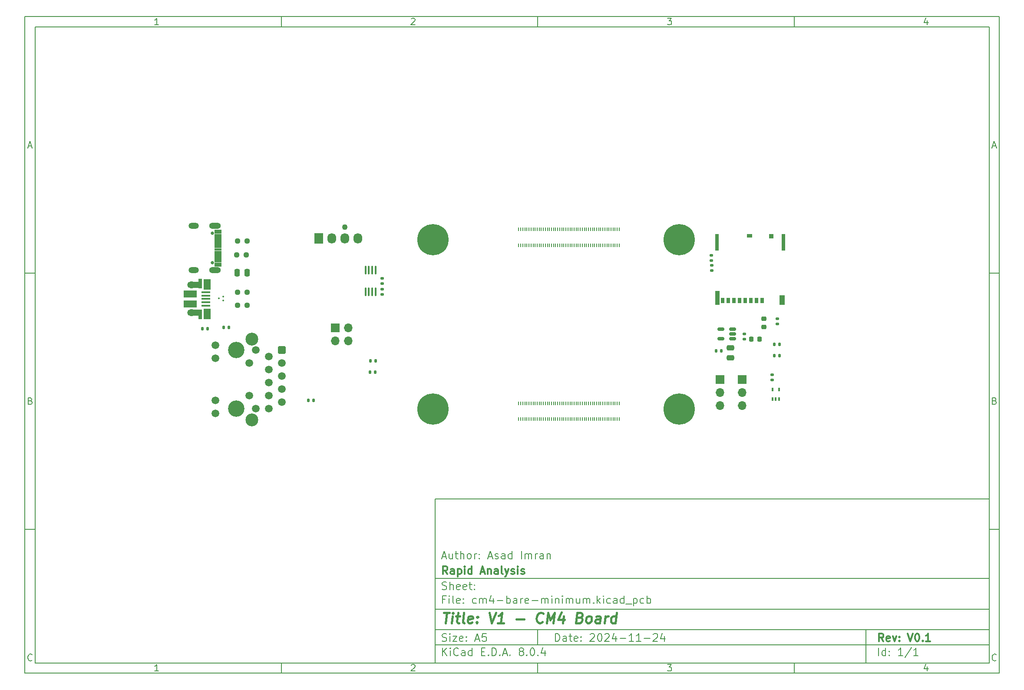
<source format=gbr>
%TF.GenerationSoftware,KiCad,Pcbnew,8.0.4*%
%TF.CreationDate,2024-11-24T10:16:15+11:00*%
%TF.ProjectId,cm4-bare-minimum,636d342d-6261-4726-952d-6d696e696d75,V0.1*%
%TF.SameCoordinates,Original*%
%TF.FileFunction,Soldermask,Top*%
%TF.FilePolarity,Negative*%
%FSLAX46Y46*%
G04 Gerber Fmt 4.6, Leading zero omitted, Abs format (unit mm)*
G04 Created by KiCad (PCBNEW 8.0.4) date 2024-11-24 10:16:15*
%MOMM*%
%LPD*%
G01*
G04 APERTURE LIST*
G04 Aperture macros list*
%AMRoundRect*
0 Rectangle with rounded corners*
0 $1 Rounding radius*
0 $2 $3 $4 $5 $6 $7 $8 $9 X,Y pos of 4 corners*
0 Add a 4 corners polygon primitive as box body*
4,1,4,$2,$3,$4,$5,$6,$7,$8,$9,$2,$3,0*
0 Add four circle primitives for the rounded corners*
1,1,$1+$1,$2,$3*
1,1,$1+$1,$4,$5*
1,1,$1+$1,$6,$7*
1,1,$1+$1,$8,$9*
0 Add four rect primitives between the rounded corners*
20,1,$1+$1,$2,$3,$4,$5,0*
20,1,$1+$1,$4,$5,$6,$7,0*
20,1,$1+$1,$6,$7,$8,$9,0*
20,1,$1+$1,$8,$9,$2,$3,0*%
G04 Aperture macros list end*
%ADD10C,0.100000*%
%ADD11C,0.150000*%
%ADD12C,0.300000*%
%ADD13C,0.400000*%
%ADD14C,0.010000*%
%ADD15RoundRect,0.135000X0.135000X0.185000X-0.135000X0.185000X-0.135000X-0.185000X0.135000X-0.185000X0*%
%ADD16RoundRect,0.140000X-0.170000X0.140000X-0.170000X-0.140000X0.170000X-0.140000X0.170000X0.140000X0*%
%ADD17RoundRect,0.237500X-0.250000X-0.237500X0.250000X-0.237500X0.250000X0.237500X-0.250000X0.237500X0*%
%ADD18RoundRect,0.135000X-0.135000X-0.185000X0.135000X-0.185000X0.135000X0.185000X-0.135000X0.185000X0*%
%ADD19RoundRect,0.140000X-0.140000X-0.170000X0.140000X-0.170000X0.140000X0.170000X-0.140000X0.170000X0*%
%ADD20RoundRect,0.218750X-0.256250X0.218750X-0.256250X-0.218750X0.256250X-0.218750X0.256250X0.218750X0*%
%ADD21RoundRect,0.135000X0.185000X-0.135000X0.185000X0.135000X-0.185000X0.135000X-0.185000X-0.135000X0*%
%ADD22C,3.200000*%
%ADD23RoundRect,0.250500X-0.499500X0.499500X-0.499500X-0.499500X0.499500X-0.499500X0.499500X0.499500X0*%
%ADD24C,1.500000*%
%ADD25C,2.500000*%
%ADD26RoundRect,0.135000X-0.185000X0.135000X-0.185000X-0.135000X0.185000X-0.135000X0.185000X0.135000X0*%
%ADD27RoundRect,0.218750X-0.218750X-0.256250X0.218750X-0.256250X0.218750X0.256250X-0.218750X0.256250X0*%
%ADD28C,1.100000*%
%ADD29R,1.730000X2.030000*%
%ADD30O,1.730000X2.030000*%
%ADD31R,1.700000X1.700000*%
%ADD32O,1.700000X1.700000*%
%ADD33RoundRect,0.100000X0.100000X-0.225000X0.100000X0.225000X-0.100000X0.225000X-0.100000X-0.225000X0*%
%ADD34RoundRect,0.100000X0.100000X-0.712500X0.100000X0.712500X-0.100000X0.712500X-0.100000X-0.712500X0*%
%ADD35C,0.650000*%
%ADD36O,2.304000X1.204000*%
%ADD37O,2.004000X1.204000*%
%ADD38R,0.700000X1.100000*%
%ADD39R,0.900000X0.930000*%
%ADD40R,1.050000X0.780000*%
%ADD41R,0.700000X3.330000*%
%ADD42R,1.140000X1.830000*%
%ADD43R,0.860000X2.800000*%
%ADD44RoundRect,0.250000X-0.250000X-0.475000X0.250000X-0.475000X0.250000X0.475000X-0.250000X0.475000X0*%
%ADD45RoundRect,0.150000X0.512500X0.150000X-0.512500X0.150000X-0.512500X-0.150000X0.512500X-0.150000X0*%
%ADD46C,6.100000*%
%ADD47R,0.200000X0.700000*%
%ADD48RoundRect,0.250000X-0.475000X0.250000X-0.475000X-0.250000X0.475000X-0.250000X0.475000X0.250000X0*%
%ADD49R,1.750000X0.400000*%
%ADD50R,0.700000X1.825000*%
%ADD51R,1.400000X2.000000*%
%ADD52R,2.000000X1.300000*%
%ADD53O,1.700000X1.300000*%
%ADD54O,1.400000X1.000000*%
%ADD55R,2.500000X1.425000*%
%ADD56RoundRect,0.075000X0.075000X-0.075000X0.075000X0.075000X-0.075000X0.075000X-0.075000X-0.075000X0*%
G04 APERTURE END LIST*
D10*
D11*
X90007200Y-104005800D02*
X198007200Y-104005800D01*
X198007200Y-136005800D01*
X90007200Y-136005800D01*
X90007200Y-104005800D01*
D10*
D11*
X10000000Y-10000000D02*
X200007200Y-10000000D01*
X200007200Y-138005800D01*
X10000000Y-138005800D01*
X10000000Y-10000000D01*
D10*
D11*
X12000000Y-12000000D02*
X198007200Y-12000000D01*
X198007200Y-136005800D01*
X12000000Y-136005800D01*
X12000000Y-12000000D01*
D10*
D11*
X60000000Y-12000000D02*
X60000000Y-10000000D01*
D10*
D11*
X110000000Y-12000000D02*
X110000000Y-10000000D01*
D10*
D11*
X160000000Y-12000000D02*
X160000000Y-10000000D01*
D10*
D11*
X36089160Y-11593604D02*
X35346303Y-11593604D01*
X35717731Y-11593604D02*
X35717731Y-10293604D01*
X35717731Y-10293604D02*
X35593922Y-10479319D01*
X35593922Y-10479319D02*
X35470112Y-10603128D01*
X35470112Y-10603128D02*
X35346303Y-10665033D01*
D10*
D11*
X85346303Y-10417414D02*
X85408207Y-10355509D01*
X85408207Y-10355509D02*
X85532017Y-10293604D01*
X85532017Y-10293604D02*
X85841541Y-10293604D01*
X85841541Y-10293604D02*
X85965350Y-10355509D01*
X85965350Y-10355509D02*
X86027255Y-10417414D01*
X86027255Y-10417414D02*
X86089160Y-10541223D01*
X86089160Y-10541223D02*
X86089160Y-10665033D01*
X86089160Y-10665033D02*
X86027255Y-10850747D01*
X86027255Y-10850747D02*
X85284398Y-11593604D01*
X85284398Y-11593604D02*
X86089160Y-11593604D01*
D10*
D11*
X135284398Y-10293604D02*
X136089160Y-10293604D01*
X136089160Y-10293604D02*
X135655826Y-10788842D01*
X135655826Y-10788842D02*
X135841541Y-10788842D01*
X135841541Y-10788842D02*
X135965350Y-10850747D01*
X135965350Y-10850747D02*
X136027255Y-10912652D01*
X136027255Y-10912652D02*
X136089160Y-11036461D01*
X136089160Y-11036461D02*
X136089160Y-11345985D01*
X136089160Y-11345985D02*
X136027255Y-11469795D01*
X136027255Y-11469795D02*
X135965350Y-11531700D01*
X135965350Y-11531700D02*
X135841541Y-11593604D01*
X135841541Y-11593604D02*
X135470112Y-11593604D01*
X135470112Y-11593604D02*
X135346303Y-11531700D01*
X135346303Y-11531700D02*
X135284398Y-11469795D01*
D10*
D11*
X185965350Y-10726938D02*
X185965350Y-11593604D01*
X185655826Y-10231700D02*
X185346303Y-11160271D01*
X185346303Y-11160271D02*
X186151064Y-11160271D01*
D10*
D11*
X60000000Y-136005800D02*
X60000000Y-138005800D01*
D10*
D11*
X110000000Y-136005800D02*
X110000000Y-138005800D01*
D10*
D11*
X160000000Y-136005800D02*
X160000000Y-138005800D01*
D10*
D11*
X36089160Y-137599404D02*
X35346303Y-137599404D01*
X35717731Y-137599404D02*
X35717731Y-136299404D01*
X35717731Y-136299404D02*
X35593922Y-136485119D01*
X35593922Y-136485119D02*
X35470112Y-136608928D01*
X35470112Y-136608928D02*
X35346303Y-136670833D01*
D10*
D11*
X85346303Y-136423214D02*
X85408207Y-136361309D01*
X85408207Y-136361309D02*
X85532017Y-136299404D01*
X85532017Y-136299404D02*
X85841541Y-136299404D01*
X85841541Y-136299404D02*
X85965350Y-136361309D01*
X85965350Y-136361309D02*
X86027255Y-136423214D01*
X86027255Y-136423214D02*
X86089160Y-136547023D01*
X86089160Y-136547023D02*
X86089160Y-136670833D01*
X86089160Y-136670833D02*
X86027255Y-136856547D01*
X86027255Y-136856547D02*
X85284398Y-137599404D01*
X85284398Y-137599404D02*
X86089160Y-137599404D01*
D10*
D11*
X135284398Y-136299404D02*
X136089160Y-136299404D01*
X136089160Y-136299404D02*
X135655826Y-136794642D01*
X135655826Y-136794642D02*
X135841541Y-136794642D01*
X135841541Y-136794642D02*
X135965350Y-136856547D01*
X135965350Y-136856547D02*
X136027255Y-136918452D01*
X136027255Y-136918452D02*
X136089160Y-137042261D01*
X136089160Y-137042261D02*
X136089160Y-137351785D01*
X136089160Y-137351785D02*
X136027255Y-137475595D01*
X136027255Y-137475595D02*
X135965350Y-137537500D01*
X135965350Y-137537500D02*
X135841541Y-137599404D01*
X135841541Y-137599404D02*
X135470112Y-137599404D01*
X135470112Y-137599404D02*
X135346303Y-137537500D01*
X135346303Y-137537500D02*
X135284398Y-137475595D01*
D10*
D11*
X185965350Y-136732738D02*
X185965350Y-137599404D01*
X185655826Y-136237500D02*
X185346303Y-137166071D01*
X185346303Y-137166071D02*
X186151064Y-137166071D01*
D10*
D11*
X10000000Y-60000000D02*
X12000000Y-60000000D01*
D10*
D11*
X10000000Y-110000000D02*
X12000000Y-110000000D01*
D10*
D11*
X10690476Y-35222176D02*
X11309523Y-35222176D01*
X10566666Y-35593604D02*
X10999999Y-34293604D01*
X10999999Y-34293604D02*
X11433333Y-35593604D01*
D10*
D11*
X11092857Y-84912652D02*
X11278571Y-84974557D01*
X11278571Y-84974557D02*
X11340476Y-85036461D01*
X11340476Y-85036461D02*
X11402380Y-85160271D01*
X11402380Y-85160271D02*
X11402380Y-85345985D01*
X11402380Y-85345985D02*
X11340476Y-85469795D01*
X11340476Y-85469795D02*
X11278571Y-85531700D01*
X11278571Y-85531700D02*
X11154761Y-85593604D01*
X11154761Y-85593604D02*
X10659523Y-85593604D01*
X10659523Y-85593604D02*
X10659523Y-84293604D01*
X10659523Y-84293604D02*
X11092857Y-84293604D01*
X11092857Y-84293604D02*
X11216666Y-84355509D01*
X11216666Y-84355509D02*
X11278571Y-84417414D01*
X11278571Y-84417414D02*
X11340476Y-84541223D01*
X11340476Y-84541223D02*
X11340476Y-84665033D01*
X11340476Y-84665033D02*
X11278571Y-84788842D01*
X11278571Y-84788842D02*
X11216666Y-84850747D01*
X11216666Y-84850747D02*
X11092857Y-84912652D01*
X11092857Y-84912652D02*
X10659523Y-84912652D01*
D10*
D11*
X11402380Y-135469795D02*
X11340476Y-135531700D01*
X11340476Y-135531700D02*
X11154761Y-135593604D01*
X11154761Y-135593604D02*
X11030952Y-135593604D01*
X11030952Y-135593604D02*
X10845238Y-135531700D01*
X10845238Y-135531700D02*
X10721428Y-135407890D01*
X10721428Y-135407890D02*
X10659523Y-135284080D01*
X10659523Y-135284080D02*
X10597619Y-135036461D01*
X10597619Y-135036461D02*
X10597619Y-134850747D01*
X10597619Y-134850747D02*
X10659523Y-134603128D01*
X10659523Y-134603128D02*
X10721428Y-134479319D01*
X10721428Y-134479319D02*
X10845238Y-134355509D01*
X10845238Y-134355509D02*
X11030952Y-134293604D01*
X11030952Y-134293604D02*
X11154761Y-134293604D01*
X11154761Y-134293604D02*
X11340476Y-134355509D01*
X11340476Y-134355509D02*
X11402380Y-134417414D01*
D10*
D11*
X200007200Y-60000000D02*
X198007200Y-60000000D01*
D10*
D11*
X200007200Y-110000000D02*
X198007200Y-110000000D01*
D10*
D11*
X198697676Y-35222176D02*
X199316723Y-35222176D01*
X198573866Y-35593604D02*
X199007199Y-34293604D01*
X199007199Y-34293604D02*
X199440533Y-35593604D01*
D10*
D11*
X199100057Y-84912652D02*
X199285771Y-84974557D01*
X199285771Y-84974557D02*
X199347676Y-85036461D01*
X199347676Y-85036461D02*
X199409580Y-85160271D01*
X199409580Y-85160271D02*
X199409580Y-85345985D01*
X199409580Y-85345985D02*
X199347676Y-85469795D01*
X199347676Y-85469795D02*
X199285771Y-85531700D01*
X199285771Y-85531700D02*
X199161961Y-85593604D01*
X199161961Y-85593604D02*
X198666723Y-85593604D01*
X198666723Y-85593604D02*
X198666723Y-84293604D01*
X198666723Y-84293604D02*
X199100057Y-84293604D01*
X199100057Y-84293604D02*
X199223866Y-84355509D01*
X199223866Y-84355509D02*
X199285771Y-84417414D01*
X199285771Y-84417414D02*
X199347676Y-84541223D01*
X199347676Y-84541223D02*
X199347676Y-84665033D01*
X199347676Y-84665033D02*
X199285771Y-84788842D01*
X199285771Y-84788842D02*
X199223866Y-84850747D01*
X199223866Y-84850747D02*
X199100057Y-84912652D01*
X199100057Y-84912652D02*
X198666723Y-84912652D01*
D10*
D11*
X199409580Y-135469795D02*
X199347676Y-135531700D01*
X199347676Y-135531700D02*
X199161961Y-135593604D01*
X199161961Y-135593604D02*
X199038152Y-135593604D01*
X199038152Y-135593604D02*
X198852438Y-135531700D01*
X198852438Y-135531700D02*
X198728628Y-135407890D01*
X198728628Y-135407890D02*
X198666723Y-135284080D01*
X198666723Y-135284080D02*
X198604819Y-135036461D01*
X198604819Y-135036461D02*
X198604819Y-134850747D01*
X198604819Y-134850747D02*
X198666723Y-134603128D01*
X198666723Y-134603128D02*
X198728628Y-134479319D01*
X198728628Y-134479319D02*
X198852438Y-134355509D01*
X198852438Y-134355509D02*
X199038152Y-134293604D01*
X199038152Y-134293604D02*
X199161961Y-134293604D01*
X199161961Y-134293604D02*
X199347676Y-134355509D01*
X199347676Y-134355509D02*
X199409580Y-134417414D01*
D10*
D11*
X113463026Y-131791928D02*
X113463026Y-130291928D01*
X113463026Y-130291928D02*
X113820169Y-130291928D01*
X113820169Y-130291928D02*
X114034455Y-130363357D01*
X114034455Y-130363357D02*
X114177312Y-130506214D01*
X114177312Y-130506214D02*
X114248741Y-130649071D01*
X114248741Y-130649071D02*
X114320169Y-130934785D01*
X114320169Y-130934785D02*
X114320169Y-131149071D01*
X114320169Y-131149071D02*
X114248741Y-131434785D01*
X114248741Y-131434785D02*
X114177312Y-131577642D01*
X114177312Y-131577642D02*
X114034455Y-131720500D01*
X114034455Y-131720500D02*
X113820169Y-131791928D01*
X113820169Y-131791928D02*
X113463026Y-131791928D01*
X115605884Y-131791928D02*
X115605884Y-131006214D01*
X115605884Y-131006214D02*
X115534455Y-130863357D01*
X115534455Y-130863357D02*
X115391598Y-130791928D01*
X115391598Y-130791928D02*
X115105884Y-130791928D01*
X115105884Y-130791928D02*
X114963026Y-130863357D01*
X115605884Y-131720500D02*
X115463026Y-131791928D01*
X115463026Y-131791928D02*
X115105884Y-131791928D01*
X115105884Y-131791928D02*
X114963026Y-131720500D01*
X114963026Y-131720500D02*
X114891598Y-131577642D01*
X114891598Y-131577642D02*
X114891598Y-131434785D01*
X114891598Y-131434785D02*
X114963026Y-131291928D01*
X114963026Y-131291928D02*
X115105884Y-131220500D01*
X115105884Y-131220500D02*
X115463026Y-131220500D01*
X115463026Y-131220500D02*
X115605884Y-131149071D01*
X116105884Y-130791928D02*
X116677312Y-130791928D01*
X116320169Y-130291928D02*
X116320169Y-131577642D01*
X116320169Y-131577642D02*
X116391598Y-131720500D01*
X116391598Y-131720500D02*
X116534455Y-131791928D01*
X116534455Y-131791928D02*
X116677312Y-131791928D01*
X117748741Y-131720500D02*
X117605884Y-131791928D01*
X117605884Y-131791928D02*
X117320170Y-131791928D01*
X117320170Y-131791928D02*
X117177312Y-131720500D01*
X117177312Y-131720500D02*
X117105884Y-131577642D01*
X117105884Y-131577642D02*
X117105884Y-131006214D01*
X117105884Y-131006214D02*
X117177312Y-130863357D01*
X117177312Y-130863357D02*
X117320170Y-130791928D01*
X117320170Y-130791928D02*
X117605884Y-130791928D01*
X117605884Y-130791928D02*
X117748741Y-130863357D01*
X117748741Y-130863357D02*
X117820170Y-131006214D01*
X117820170Y-131006214D02*
X117820170Y-131149071D01*
X117820170Y-131149071D02*
X117105884Y-131291928D01*
X118463026Y-131649071D02*
X118534455Y-131720500D01*
X118534455Y-131720500D02*
X118463026Y-131791928D01*
X118463026Y-131791928D02*
X118391598Y-131720500D01*
X118391598Y-131720500D02*
X118463026Y-131649071D01*
X118463026Y-131649071D02*
X118463026Y-131791928D01*
X118463026Y-130863357D02*
X118534455Y-130934785D01*
X118534455Y-130934785D02*
X118463026Y-131006214D01*
X118463026Y-131006214D02*
X118391598Y-130934785D01*
X118391598Y-130934785D02*
X118463026Y-130863357D01*
X118463026Y-130863357D02*
X118463026Y-131006214D01*
X120248741Y-130434785D02*
X120320169Y-130363357D01*
X120320169Y-130363357D02*
X120463027Y-130291928D01*
X120463027Y-130291928D02*
X120820169Y-130291928D01*
X120820169Y-130291928D02*
X120963027Y-130363357D01*
X120963027Y-130363357D02*
X121034455Y-130434785D01*
X121034455Y-130434785D02*
X121105884Y-130577642D01*
X121105884Y-130577642D02*
X121105884Y-130720500D01*
X121105884Y-130720500D02*
X121034455Y-130934785D01*
X121034455Y-130934785D02*
X120177312Y-131791928D01*
X120177312Y-131791928D02*
X121105884Y-131791928D01*
X122034455Y-130291928D02*
X122177312Y-130291928D01*
X122177312Y-130291928D02*
X122320169Y-130363357D01*
X122320169Y-130363357D02*
X122391598Y-130434785D01*
X122391598Y-130434785D02*
X122463026Y-130577642D01*
X122463026Y-130577642D02*
X122534455Y-130863357D01*
X122534455Y-130863357D02*
X122534455Y-131220500D01*
X122534455Y-131220500D02*
X122463026Y-131506214D01*
X122463026Y-131506214D02*
X122391598Y-131649071D01*
X122391598Y-131649071D02*
X122320169Y-131720500D01*
X122320169Y-131720500D02*
X122177312Y-131791928D01*
X122177312Y-131791928D02*
X122034455Y-131791928D01*
X122034455Y-131791928D02*
X121891598Y-131720500D01*
X121891598Y-131720500D02*
X121820169Y-131649071D01*
X121820169Y-131649071D02*
X121748740Y-131506214D01*
X121748740Y-131506214D02*
X121677312Y-131220500D01*
X121677312Y-131220500D02*
X121677312Y-130863357D01*
X121677312Y-130863357D02*
X121748740Y-130577642D01*
X121748740Y-130577642D02*
X121820169Y-130434785D01*
X121820169Y-130434785D02*
X121891598Y-130363357D01*
X121891598Y-130363357D02*
X122034455Y-130291928D01*
X123105883Y-130434785D02*
X123177311Y-130363357D01*
X123177311Y-130363357D02*
X123320169Y-130291928D01*
X123320169Y-130291928D02*
X123677311Y-130291928D01*
X123677311Y-130291928D02*
X123820169Y-130363357D01*
X123820169Y-130363357D02*
X123891597Y-130434785D01*
X123891597Y-130434785D02*
X123963026Y-130577642D01*
X123963026Y-130577642D02*
X123963026Y-130720500D01*
X123963026Y-130720500D02*
X123891597Y-130934785D01*
X123891597Y-130934785D02*
X123034454Y-131791928D01*
X123034454Y-131791928D02*
X123963026Y-131791928D01*
X125248740Y-130791928D02*
X125248740Y-131791928D01*
X124891597Y-130220500D02*
X124534454Y-131291928D01*
X124534454Y-131291928D02*
X125463025Y-131291928D01*
X126034453Y-131220500D02*
X127177311Y-131220500D01*
X128677311Y-131791928D02*
X127820168Y-131791928D01*
X128248739Y-131791928D02*
X128248739Y-130291928D01*
X128248739Y-130291928D02*
X128105882Y-130506214D01*
X128105882Y-130506214D02*
X127963025Y-130649071D01*
X127963025Y-130649071D02*
X127820168Y-130720500D01*
X130105882Y-131791928D02*
X129248739Y-131791928D01*
X129677310Y-131791928D02*
X129677310Y-130291928D01*
X129677310Y-130291928D02*
X129534453Y-130506214D01*
X129534453Y-130506214D02*
X129391596Y-130649071D01*
X129391596Y-130649071D02*
X129248739Y-130720500D01*
X130748738Y-131220500D02*
X131891596Y-131220500D01*
X132534453Y-130434785D02*
X132605881Y-130363357D01*
X132605881Y-130363357D02*
X132748739Y-130291928D01*
X132748739Y-130291928D02*
X133105881Y-130291928D01*
X133105881Y-130291928D02*
X133248739Y-130363357D01*
X133248739Y-130363357D02*
X133320167Y-130434785D01*
X133320167Y-130434785D02*
X133391596Y-130577642D01*
X133391596Y-130577642D02*
X133391596Y-130720500D01*
X133391596Y-130720500D02*
X133320167Y-130934785D01*
X133320167Y-130934785D02*
X132463024Y-131791928D01*
X132463024Y-131791928D02*
X133391596Y-131791928D01*
X134677310Y-130791928D02*
X134677310Y-131791928D01*
X134320167Y-130220500D02*
X133963024Y-131291928D01*
X133963024Y-131291928D02*
X134891595Y-131291928D01*
D10*
D11*
X90007200Y-132505800D02*
X198007200Y-132505800D01*
D10*
D11*
X91463026Y-134591928D02*
X91463026Y-133091928D01*
X92320169Y-134591928D02*
X91677312Y-133734785D01*
X92320169Y-133091928D02*
X91463026Y-133949071D01*
X92963026Y-134591928D02*
X92963026Y-133591928D01*
X92963026Y-133091928D02*
X92891598Y-133163357D01*
X92891598Y-133163357D02*
X92963026Y-133234785D01*
X92963026Y-133234785D02*
X93034455Y-133163357D01*
X93034455Y-133163357D02*
X92963026Y-133091928D01*
X92963026Y-133091928D02*
X92963026Y-133234785D01*
X94534455Y-134449071D02*
X94463027Y-134520500D01*
X94463027Y-134520500D02*
X94248741Y-134591928D01*
X94248741Y-134591928D02*
X94105884Y-134591928D01*
X94105884Y-134591928D02*
X93891598Y-134520500D01*
X93891598Y-134520500D02*
X93748741Y-134377642D01*
X93748741Y-134377642D02*
X93677312Y-134234785D01*
X93677312Y-134234785D02*
X93605884Y-133949071D01*
X93605884Y-133949071D02*
X93605884Y-133734785D01*
X93605884Y-133734785D02*
X93677312Y-133449071D01*
X93677312Y-133449071D02*
X93748741Y-133306214D01*
X93748741Y-133306214D02*
X93891598Y-133163357D01*
X93891598Y-133163357D02*
X94105884Y-133091928D01*
X94105884Y-133091928D02*
X94248741Y-133091928D01*
X94248741Y-133091928D02*
X94463027Y-133163357D01*
X94463027Y-133163357D02*
X94534455Y-133234785D01*
X95820170Y-134591928D02*
X95820170Y-133806214D01*
X95820170Y-133806214D02*
X95748741Y-133663357D01*
X95748741Y-133663357D02*
X95605884Y-133591928D01*
X95605884Y-133591928D02*
X95320170Y-133591928D01*
X95320170Y-133591928D02*
X95177312Y-133663357D01*
X95820170Y-134520500D02*
X95677312Y-134591928D01*
X95677312Y-134591928D02*
X95320170Y-134591928D01*
X95320170Y-134591928D02*
X95177312Y-134520500D01*
X95177312Y-134520500D02*
X95105884Y-134377642D01*
X95105884Y-134377642D02*
X95105884Y-134234785D01*
X95105884Y-134234785D02*
X95177312Y-134091928D01*
X95177312Y-134091928D02*
X95320170Y-134020500D01*
X95320170Y-134020500D02*
X95677312Y-134020500D01*
X95677312Y-134020500D02*
X95820170Y-133949071D01*
X97177313Y-134591928D02*
X97177313Y-133091928D01*
X97177313Y-134520500D02*
X97034455Y-134591928D01*
X97034455Y-134591928D02*
X96748741Y-134591928D01*
X96748741Y-134591928D02*
X96605884Y-134520500D01*
X96605884Y-134520500D02*
X96534455Y-134449071D01*
X96534455Y-134449071D02*
X96463027Y-134306214D01*
X96463027Y-134306214D02*
X96463027Y-133877642D01*
X96463027Y-133877642D02*
X96534455Y-133734785D01*
X96534455Y-133734785D02*
X96605884Y-133663357D01*
X96605884Y-133663357D02*
X96748741Y-133591928D01*
X96748741Y-133591928D02*
X97034455Y-133591928D01*
X97034455Y-133591928D02*
X97177313Y-133663357D01*
X99034455Y-133806214D02*
X99534455Y-133806214D01*
X99748741Y-134591928D02*
X99034455Y-134591928D01*
X99034455Y-134591928D02*
X99034455Y-133091928D01*
X99034455Y-133091928D02*
X99748741Y-133091928D01*
X100391598Y-134449071D02*
X100463027Y-134520500D01*
X100463027Y-134520500D02*
X100391598Y-134591928D01*
X100391598Y-134591928D02*
X100320170Y-134520500D01*
X100320170Y-134520500D02*
X100391598Y-134449071D01*
X100391598Y-134449071D02*
X100391598Y-134591928D01*
X101105884Y-134591928D02*
X101105884Y-133091928D01*
X101105884Y-133091928D02*
X101463027Y-133091928D01*
X101463027Y-133091928D02*
X101677313Y-133163357D01*
X101677313Y-133163357D02*
X101820170Y-133306214D01*
X101820170Y-133306214D02*
X101891599Y-133449071D01*
X101891599Y-133449071D02*
X101963027Y-133734785D01*
X101963027Y-133734785D02*
X101963027Y-133949071D01*
X101963027Y-133949071D02*
X101891599Y-134234785D01*
X101891599Y-134234785D02*
X101820170Y-134377642D01*
X101820170Y-134377642D02*
X101677313Y-134520500D01*
X101677313Y-134520500D02*
X101463027Y-134591928D01*
X101463027Y-134591928D02*
X101105884Y-134591928D01*
X102605884Y-134449071D02*
X102677313Y-134520500D01*
X102677313Y-134520500D02*
X102605884Y-134591928D01*
X102605884Y-134591928D02*
X102534456Y-134520500D01*
X102534456Y-134520500D02*
X102605884Y-134449071D01*
X102605884Y-134449071D02*
X102605884Y-134591928D01*
X103248742Y-134163357D02*
X103963028Y-134163357D01*
X103105885Y-134591928D02*
X103605885Y-133091928D01*
X103605885Y-133091928D02*
X104105885Y-134591928D01*
X104605884Y-134449071D02*
X104677313Y-134520500D01*
X104677313Y-134520500D02*
X104605884Y-134591928D01*
X104605884Y-134591928D02*
X104534456Y-134520500D01*
X104534456Y-134520500D02*
X104605884Y-134449071D01*
X104605884Y-134449071D02*
X104605884Y-134591928D01*
X106677313Y-133734785D02*
X106534456Y-133663357D01*
X106534456Y-133663357D02*
X106463027Y-133591928D01*
X106463027Y-133591928D02*
X106391599Y-133449071D01*
X106391599Y-133449071D02*
X106391599Y-133377642D01*
X106391599Y-133377642D02*
X106463027Y-133234785D01*
X106463027Y-133234785D02*
X106534456Y-133163357D01*
X106534456Y-133163357D02*
X106677313Y-133091928D01*
X106677313Y-133091928D02*
X106963027Y-133091928D01*
X106963027Y-133091928D02*
X107105885Y-133163357D01*
X107105885Y-133163357D02*
X107177313Y-133234785D01*
X107177313Y-133234785D02*
X107248742Y-133377642D01*
X107248742Y-133377642D02*
X107248742Y-133449071D01*
X107248742Y-133449071D02*
X107177313Y-133591928D01*
X107177313Y-133591928D02*
X107105885Y-133663357D01*
X107105885Y-133663357D02*
X106963027Y-133734785D01*
X106963027Y-133734785D02*
X106677313Y-133734785D01*
X106677313Y-133734785D02*
X106534456Y-133806214D01*
X106534456Y-133806214D02*
X106463027Y-133877642D01*
X106463027Y-133877642D02*
X106391599Y-134020500D01*
X106391599Y-134020500D02*
X106391599Y-134306214D01*
X106391599Y-134306214D02*
X106463027Y-134449071D01*
X106463027Y-134449071D02*
X106534456Y-134520500D01*
X106534456Y-134520500D02*
X106677313Y-134591928D01*
X106677313Y-134591928D02*
X106963027Y-134591928D01*
X106963027Y-134591928D02*
X107105885Y-134520500D01*
X107105885Y-134520500D02*
X107177313Y-134449071D01*
X107177313Y-134449071D02*
X107248742Y-134306214D01*
X107248742Y-134306214D02*
X107248742Y-134020500D01*
X107248742Y-134020500D02*
X107177313Y-133877642D01*
X107177313Y-133877642D02*
X107105885Y-133806214D01*
X107105885Y-133806214D02*
X106963027Y-133734785D01*
X107891598Y-134449071D02*
X107963027Y-134520500D01*
X107963027Y-134520500D02*
X107891598Y-134591928D01*
X107891598Y-134591928D02*
X107820170Y-134520500D01*
X107820170Y-134520500D02*
X107891598Y-134449071D01*
X107891598Y-134449071D02*
X107891598Y-134591928D01*
X108891599Y-133091928D02*
X109034456Y-133091928D01*
X109034456Y-133091928D02*
X109177313Y-133163357D01*
X109177313Y-133163357D02*
X109248742Y-133234785D01*
X109248742Y-133234785D02*
X109320170Y-133377642D01*
X109320170Y-133377642D02*
X109391599Y-133663357D01*
X109391599Y-133663357D02*
X109391599Y-134020500D01*
X109391599Y-134020500D02*
X109320170Y-134306214D01*
X109320170Y-134306214D02*
X109248742Y-134449071D01*
X109248742Y-134449071D02*
X109177313Y-134520500D01*
X109177313Y-134520500D02*
X109034456Y-134591928D01*
X109034456Y-134591928D02*
X108891599Y-134591928D01*
X108891599Y-134591928D02*
X108748742Y-134520500D01*
X108748742Y-134520500D02*
X108677313Y-134449071D01*
X108677313Y-134449071D02*
X108605884Y-134306214D01*
X108605884Y-134306214D02*
X108534456Y-134020500D01*
X108534456Y-134020500D02*
X108534456Y-133663357D01*
X108534456Y-133663357D02*
X108605884Y-133377642D01*
X108605884Y-133377642D02*
X108677313Y-133234785D01*
X108677313Y-133234785D02*
X108748742Y-133163357D01*
X108748742Y-133163357D02*
X108891599Y-133091928D01*
X110034455Y-134449071D02*
X110105884Y-134520500D01*
X110105884Y-134520500D02*
X110034455Y-134591928D01*
X110034455Y-134591928D02*
X109963027Y-134520500D01*
X109963027Y-134520500D02*
X110034455Y-134449071D01*
X110034455Y-134449071D02*
X110034455Y-134591928D01*
X111391599Y-133591928D02*
X111391599Y-134591928D01*
X111034456Y-133020500D02*
X110677313Y-134091928D01*
X110677313Y-134091928D02*
X111605884Y-134091928D01*
D10*
D11*
X90007200Y-129505800D02*
X198007200Y-129505800D01*
D10*
D12*
X177418853Y-131784128D02*
X176918853Y-131069842D01*
X176561710Y-131784128D02*
X176561710Y-130284128D01*
X176561710Y-130284128D02*
X177133139Y-130284128D01*
X177133139Y-130284128D02*
X177275996Y-130355557D01*
X177275996Y-130355557D02*
X177347425Y-130426985D01*
X177347425Y-130426985D02*
X177418853Y-130569842D01*
X177418853Y-130569842D02*
X177418853Y-130784128D01*
X177418853Y-130784128D02*
X177347425Y-130926985D01*
X177347425Y-130926985D02*
X177275996Y-130998414D01*
X177275996Y-130998414D02*
X177133139Y-131069842D01*
X177133139Y-131069842D02*
X176561710Y-131069842D01*
X178633139Y-131712700D02*
X178490282Y-131784128D01*
X178490282Y-131784128D02*
X178204568Y-131784128D01*
X178204568Y-131784128D02*
X178061710Y-131712700D01*
X178061710Y-131712700D02*
X177990282Y-131569842D01*
X177990282Y-131569842D02*
X177990282Y-130998414D01*
X177990282Y-130998414D02*
X178061710Y-130855557D01*
X178061710Y-130855557D02*
X178204568Y-130784128D01*
X178204568Y-130784128D02*
X178490282Y-130784128D01*
X178490282Y-130784128D02*
X178633139Y-130855557D01*
X178633139Y-130855557D02*
X178704568Y-130998414D01*
X178704568Y-130998414D02*
X178704568Y-131141271D01*
X178704568Y-131141271D02*
X177990282Y-131284128D01*
X179204567Y-130784128D02*
X179561710Y-131784128D01*
X179561710Y-131784128D02*
X179918853Y-130784128D01*
X180490281Y-131641271D02*
X180561710Y-131712700D01*
X180561710Y-131712700D02*
X180490281Y-131784128D01*
X180490281Y-131784128D02*
X180418853Y-131712700D01*
X180418853Y-131712700D02*
X180490281Y-131641271D01*
X180490281Y-131641271D02*
X180490281Y-131784128D01*
X180490281Y-130855557D02*
X180561710Y-130926985D01*
X180561710Y-130926985D02*
X180490281Y-130998414D01*
X180490281Y-130998414D02*
X180418853Y-130926985D01*
X180418853Y-130926985D02*
X180490281Y-130855557D01*
X180490281Y-130855557D02*
X180490281Y-130998414D01*
X182133139Y-130284128D02*
X182633139Y-131784128D01*
X182633139Y-131784128D02*
X183133139Y-130284128D01*
X183918853Y-130284128D02*
X184061710Y-130284128D01*
X184061710Y-130284128D02*
X184204567Y-130355557D01*
X184204567Y-130355557D02*
X184275996Y-130426985D01*
X184275996Y-130426985D02*
X184347424Y-130569842D01*
X184347424Y-130569842D02*
X184418853Y-130855557D01*
X184418853Y-130855557D02*
X184418853Y-131212700D01*
X184418853Y-131212700D02*
X184347424Y-131498414D01*
X184347424Y-131498414D02*
X184275996Y-131641271D01*
X184275996Y-131641271D02*
X184204567Y-131712700D01*
X184204567Y-131712700D02*
X184061710Y-131784128D01*
X184061710Y-131784128D02*
X183918853Y-131784128D01*
X183918853Y-131784128D02*
X183775996Y-131712700D01*
X183775996Y-131712700D02*
X183704567Y-131641271D01*
X183704567Y-131641271D02*
X183633138Y-131498414D01*
X183633138Y-131498414D02*
X183561710Y-131212700D01*
X183561710Y-131212700D02*
X183561710Y-130855557D01*
X183561710Y-130855557D02*
X183633138Y-130569842D01*
X183633138Y-130569842D02*
X183704567Y-130426985D01*
X183704567Y-130426985D02*
X183775996Y-130355557D01*
X183775996Y-130355557D02*
X183918853Y-130284128D01*
X185061709Y-131641271D02*
X185133138Y-131712700D01*
X185133138Y-131712700D02*
X185061709Y-131784128D01*
X185061709Y-131784128D02*
X184990281Y-131712700D01*
X184990281Y-131712700D02*
X185061709Y-131641271D01*
X185061709Y-131641271D02*
X185061709Y-131784128D01*
X186561710Y-131784128D02*
X185704567Y-131784128D01*
X186133138Y-131784128D02*
X186133138Y-130284128D01*
X186133138Y-130284128D02*
X185990281Y-130498414D01*
X185990281Y-130498414D02*
X185847424Y-130641271D01*
X185847424Y-130641271D02*
X185704567Y-130712700D01*
D10*
D11*
X91391598Y-131720500D02*
X91605884Y-131791928D01*
X91605884Y-131791928D02*
X91963026Y-131791928D01*
X91963026Y-131791928D02*
X92105884Y-131720500D01*
X92105884Y-131720500D02*
X92177312Y-131649071D01*
X92177312Y-131649071D02*
X92248741Y-131506214D01*
X92248741Y-131506214D02*
X92248741Y-131363357D01*
X92248741Y-131363357D02*
X92177312Y-131220500D01*
X92177312Y-131220500D02*
X92105884Y-131149071D01*
X92105884Y-131149071D02*
X91963026Y-131077642D01*
X91963026Y-131077642D02*
X91677312Y-131006214D01*
X91677312Y-131006214D02*
X91534455Y-130934785D01*
X91534455Y-130934785D02*
X91463026Y-130863357D01*
X91463026Y-130863357D02*
X91391598Y-130720500D01*
X91391598Y-130720500D02*
X91391598Y-130577642D01*
X91391598Y-130577642D02*
X91463026Y-130434785D01*
X91463026Y-130434785D02*
X91534455Y-130363357D01*
X91534455Y-130363357D02*
X91677312Y-130291928D01*
X91677312Y-130291928D02*
X92034455Y-130291928D01*
X92034455Y-130291928D02*
X92248741Y-130363357D01*
X92891597Y-131791928D02*
X92891597Y-130791928D01*
X92891597Y-130291928D02*
X92820169Y-130363357D01*
X92820169Y-130363357D02*
X92891597Y-130434785D01*
X92891597Y-130434785D02*
X92963026Y-130363357D01*
X92963026Y-130363357D02*
X92891597Y-130291928D01*
X92891597Y-130291928D02*
X92891597Y-130434785D01*
X93463026Y-130791928D02*
X94248741Y-130791928D01*
X94248741Y-130791928D02*
X93463026Y-131791928D01*
X93463026Y-131791928D02*
X94248741Y-131791928D01*
X95391598Y-131720500D02*
X95248741Y-131791928D01*
X95248741Y-131791928D02*
X94963027Y-131791928D01*
X94963027Y-131791928D02*
X94820169Y-131720500D01*
X94820169Y-131720500D02*
X94748741Y-131577642D01*
X94748741Y-131577642D02*
X94748741Y-131006214D01*
X94748741Y-131006214D02*
X94820169Y-130863357D01*
X94820169Y-130863357D02*
X94963027Y-130791928D01*
X94963027Y-130791928D02*
X95248741Y-130791928D01*
X95248741Y-130791928D02*
X95391598Y-130863357D01*
X95391598Y-130863357D02*
X95463027Y-131006214D01*
X95463027Y-131006214D02*
X95463027Y-131149071D01*
X95463027Y-131149071D02*
X94748741Y-131291928D01*
X96105883Y-131649071D02*
X96177312Y-131720500D01*
X96177312Y-131720500D02*
X96105883Y-131791928D01*
X96105883Y-131791928D02*
X96034455Y-131720500D01*
X96034455Y-131720500D02*
X96105883Y-131649071D01*
X96105883Y-131649071D02*
X96105883Y-131791928D01*
X96105883Y-130863357D02*
X96177312Y-130934785D01*
X96177312Y-130934785D02*
X96105883Y-131006214D01*
X96105883Y-131006214D02*
X96034455Y-130934785D01*
X96034455Y-130934785D02*
X96105883Y-130863357D01*
X96105883Y-130863357D02*
X96105883Y-131006214D01*
X97891598Y-131363357D02*
X98605884Y-131363357D01*
X97748741Y-131791928D02*
X98248741Y-130291928D01*
X98248741Y-130291928D02*
X98748741Y-131791928D01*
X99963026Y-130291928D02*
X99248740Y-130291928D01*
X99248740Y-130291928D02*
X99177312Y-131006214D01*
X99177312Y-131006214D02*
X99248740Y-130934785D01*
X99248740Y-130934785D02*
X99391598Y-130863357D01*
X99391598Y-130863357D02*
X99748740Y-130863357D01*
X99748740Y-130863357D02*
X99891598Y-130934785D01*
X99891598Y-130934785D02*
X99963026Y-131006214D01*
X99963026Y-131006214D02*
X100034455Y-131149071D01*
X100034455Y-131149071D02*
X100034455Y-131506214D01*
X100034455Y-131506214D02*
X99963026Y-131649071D01*
X99963026Y-131649071D02*
X99891598Y-131720500D01*
X99891598Y-131720500D02*
X99748740Y-131791928D01*
X99748740Y-131791928D02*
X99391598Y-131791928D01*
X99391598Y-131791928D02*
X99248740Y-131720500D01*
X99248740Y-131720500D02*
X99177312Y-131649071D01*
D10*
D11*
X176463026Y-134591928D02*
X176463026Y-133091928D01*
X177820170Y-134591928D02*
X177820170Y-133091928D01*
X177820170Y-134520500D02*
X177677312Y-134591928D01*
X177677312Y-134591928D02*
X177391598Y-134591928D01*
X177391598Y-134591928D02*
X177248741Y-134520500D01*
X177248741Y-134520500D02*
X177177312Y-134449071D01*
X177177312Y-134449071D02*
X177105884Y-134306214D01*
X177105884Y-134306214D02*
X177105884Y-133877642D01*
X177105884Y-133877642D02*
X177177312Y-133734785D01*
X177177312Y-133734785D02*
X177248741Y-133663357D01*
X177248741Y-133663357D02*
X177391598Y-133591928D01*
X177391598Y-133591928D02*
X177677312Y-133591928D01*
X177677312Y-133591928D02*
X177820170Y-133663357D01*
X178534455Y-134449071D02*
X178605884Y-134520500D01*
X178605884Y-134520500D02*
X178534455Y-134591928D01*
X178534455Y-134591928D02*
X178463027Y-134520500D01*
X178463027Y-134520500D02*
X178534455Y-134449071D01*
X178534455Y-134449071D02*
X178534455Y-134591928D01*
X178534455Y-133663357D02*
X178605884Y-133734785D01*
X178605884Y-133734785D02*
X178534455Y-133806214D01*
X178534455Y-133806214D02*
X178463027Y-133734785D01*
X178463027Y-133734785D02*
X178534455Y-133663357D01*
X178534455Y-133663357D02*
X178534455Y-133806214D01*
X181177313Y-134591928D02*
X180320170Y-134591928D01*
X180748741Y-134591928D02*
X180748741Y-133091928D01*
X180748741Y-133091928D02*
X180605884Y-133306214D01*
X180605884Y-133306214D02*
X180463027Y-133449071D01*
X180463027Y-133449071D02*
X180320170Y-133520500D01*
X182891598Y-133020500D02*
X181605884Y-134949071D01*
X184177313Y-134591928D02*
X183320170Y-134591928D01*
X183748741Y-134591928D02*
X183748741Y-133091928D01*
X183748741Y-133091928D02*
X183605884Y-133306214D01*
X183605884Y-133306214D02*
X183463027Y-133449071D01*
X183463027Y-133449071D02*
X183320170Y-133520500D01*
D10*
D11*
X90007200Y-125505800D02*
X198007200Y-125505800D01*
D10*
D13*
X91698928Y-126210238D02*
X92841785Y-126210238D01*
X92020357Y-128210238D02*
X92270357Y-126210238D01*
X93258452Y-128210238D02*
X93425119Y-126876904D01*
X93508452Y-126210238D02*
X93401309Y-126305476D01*
X93401309Y-126305476D02*
X93484643Y-126400714D01*
X93484643Y-126400714D02*
X93591786Y-126305476D01*
X93591786Y-126305476D02*
X93508452Y-126210238D01*
X93508452Y-126210238D02*
X93484643Y-126400714D01*
X94091786Y-126876904D02*
X94853690Y-126876904D01*
X94460833Y-126210238D02*
X94246548Y-127924523D01*
X94246548Y-127924523D02*
X94317976Y-128115000D01*
X94317976Y-128115000D02*
X94496548Y-128210238D01*
X94496548Y-128210238D02*
X94687024Y-128210238D01*
X95639405Y-128210238D02*
X95460833Y-128115000D01*
X95460833Y-128115000D02*
X95389405Y-127924523D01*
X95389405Y-127924523D02*
X95603690Y-126210238D01*
X97175119Y-128115000D02*
X96972738Y-128210238D01*
X96972738Y-128210238D02*
X96591785Y-128210238D01*
X96591785Y-128210238D02*
X96413214Y-128115000D01*
X96413214Y-128115000D02*
X96341785Y-127924523D01*
X96341785Y-127924523D02*
X96437024Y-127162619D01*
X96437024Y-127162619D02*
X96556071Y-126972142D01*
X96556071Y-126972142D02*
X96758452Y-126876904D01*
X96758452Y-126876904D02*
X97139404Y-126876904D01*
X97139404Y-126876904D02*
X97317976Y-126972142D01*
X97317976Y-126972142D02*
X97389404Y-127162619D01*
X97389404Y-127162619D02*
X97365595Y-127353095D01*
X97365595Y-127353095D02*
X96389404Y-127543571D01*
X98139405Y-128019761D02*
X98222738Y-128115000D01*
X98222738Y-128115000D02*
X98115595Y-128210238D01*
X98115595Y-128210238D02*
X98032262Y-128115000D01*
X98032262Y-128115000D02*
X98139405Y-128019761D01*
X98139405Y-128019761D02*
X98115595Y-128210238D01*
X98270357Y-126972142D02*
X98353690Y-127067380D01*
X98353690Y-127067380D02*
X98246548Y-127162619D01*
X98246548Y-127162619D02*
X98163214Y-127067380D01*
X98163214Y-127067380D02*
X98270357Y-126972142D01*
X98270357Y-126972142D02*
X98246548Y-127162619D01*
X100556072Y-126210238D02*
X100972739Y-128210238D01*
X100972739Y-128210238D02*
X101889405Y-126210238D01*
X103353691Y-128210238D02*
X102210834Y-128210238D01*
X102782263Y-128210238D02*
X103032263Y-126210238D01*
X103032263Y-126210238D02*
X102806072Y-126495952D01*
X102806072Y-126495952D02*
X102591787Y-126686428D01*
X102591787Y-126686428D02*
X102389406Y-126781666D01*
X105829882Y-127448333D02*
X107353692Y-127448333D01*
X110901311Y-128019761D02*
X110794168Y-128115000D01*
X110794168Y-128115000D02*
X110496549Y-128210238D01*
X110496549Y-128210238D02*
X110306073Y-128210238D01*
X110306073Y-128210238D02*
X110032263Y-128115000D01*
X110032263Y-128115000D02*
X109865597Y-127924523D01*
X109865597Y-127924523D02*
X109794168Y-127734047D01*
X109794168Y-127734047D02*
X109746549Y-127353095D01*
X109746549Y-127353095D02*
X109782263Y-127067380D01*
X109782263Y-127067380D02*
X109925120Y-126686428D01*
X109925120Y-126686428D02*
X110044168Y-126495952D01*
X110044168Y-126495952D02*
X110258454Y-126305476D01*
X110258454Y-126305476D02*
X110556073Y-126210238D01*
X110556073Y-126210238D02*
X110746549Y-126210238D01*
X110746549Y-126210238D02*
X111020359Y-126305476D01*
X111020359Y-126305476D02*
X111103692Y-126400714D01*
X111734644Y-128210238D02*
X111984644Y-126210238D01*
X111984644Y-126210238D02*
X112472739Y-127638809D01*
X112472739Y-127638809D02*
X113317978Y-126210238D01*
X113317978Y-126210238D02*
X113067978Y-128210238D01*
X115044168Y-126876904D02*
X114877501Y-128210238D01*
X114663215Y-126115000D02*
X114008453Y-127543571D01*
X114008453Y-127543571D02*
X115246549Y-127543571D01*
X118246549Y-127162619D02*
X118520359Y-127257857D01*
X118520359Y-127257857D02*
X118603692Y-127353095D01*
X118603692Y-127353095D02*
X118675121Y-127543571D01*
X118675121Y-127543571D02*
X118639406Y-127829285D01*
X118639406Y-127829285D02*
X118520359Y-128019761D01*
X118520359Y-128019761D02*
X118413216Y-128115000D01*
X118413216Y-128115000D02*
X118210835Y-128210238D01*
X118210835Y-128210238D02*
X117448930Y-128210238D01*
X117448930Y-128210238D02*
X117698930Y-126210238D01*
X117698930Y-126210238D02*
X118365597Y-126210238D01*
X118365597Y-126210238D02*
X118544168Y-126305476D01*
X118544168Y-126305476D02*
X118627502Y-126400714D01*
X118627502Y-126400714D02*
X118698930Y-126591190D01*
X118698930Y-126591190D02*
X118675121Y-126781666D01*
X118675121Y-126781666D02*
X118556073Y-126972142D01*
X118556073Y-126972142D02*
X118448930Y-127067380D01*
X118448930Y-127067380D02*
X118246549Y-127162619D01*
X118246549Y-127162619D02*
X117579883Y-127162619D01*
X119734645Y-128210238D02*
X119556073Y-128115000D01*
X119556073Y-128115000D02*
X119472740Y-128019761D01*
X119472740Y-128019761D02*
X119401311Y-127829285D01*
X119401311Y-127829285D02*
X119472740Y-127257857D01*
X119472740Y-127257857D02*
X119591787Y-127067380D01*
X119591787Y-127067380D02*
X119698930Y-126972142D01*
X119698930Y-126972142D02*
X119901311Y-126876904D01*
X119901311Y-126876904D02*
X120187025Y-126876904D01*
X120187025Y-126876904D02*
X120365597Y-126972142D01*
X120365597Y-126972142D02*
X120448930Y-127067380D01*
X120448930Y-127067380D02*
X120520359Y-127257857D01*
X120520359Y-127257857D02*
X120448930Y-127829285D01*
X120448930Y-127829285D02*
X120329883Y-128019761D01*
X120329883Y-128019761D02*
X120222740Y-128115000D01*
X120222740Y-128115000D02*
X120020359Y-128210238D01*
X120020359Y-128210238D02*
X119734645Y-128210238D01*
X122115597Y-128210238D02*
X122246549Y-127162619D01*
X122246549Y-127162619D02*
X122175121Y-126972142D01*
X122175121Y-126972142D02*
X121996549Y-126876904D01*
X121996549Y-126876904D02*
X121615597Y-126876904D01*
X121615597Y-126876904D02*
X121413216Y-126972142D01*
X122127502Y-128115000D02*
X121925121Y-128210238D01*
X121925121Y-128210238D02*
X121448930Y-128210238D01*
X121448930Y-128210238D02*
X121270359Y-128115000D01*
X121270359Y-128115000D02*
X121198930Y-127924523D01*
X121198930Y-127924523D02*
X121222740Y-127734047D01*
X121222740Y-127734047D02*
X121341788Y-127543571D01*
X121341788Y-127543571D02*
X121544169Y-127448333D01*
X121544169Y-127448333D02*
X122020359Y-127448333D01*
X122020359Y-127448333D02*
X122222740Y-127353095D01*
X123067978Y-128210238D02*
X123234645Y-126876904D01*
X123187026Y-127257857D02*
X123306073Y-127067380D01*
X123306073Y-127067380D02*
X123413216Y-126972142D01*
X123413216Y-126972142D02*
X123615597Y-126876904D01*
X123615597Y-126876904D02*
X123806073Y-126876904D01*
X125163216Y-128210238D02*
X125413216Y-126210238D01*
X125175121Y-128115000D02*
X124972740Y-128210238D01*
X124972740Y-128210238D02*
X124591788Y-128210238D01*
X124591788Y-128210238D02*
X124413216Y-128115000D01*
X124413216Y-128115000D02*
X124329883Y-128019761D01*
X124329883Y-128019761D02*
X124258454Y-127829285D01*
X124258454Y-127829285D02*
X124329883Y-127257857D01*
X124329883Y-127257857D02*
X124448930Y-127067380D01*
X124448930Y-127067380D02*
X124556073Y-126972142D01*
X124556073Y-126972142D02*
X124758454Y-126876904D01*
X124758454Y-126876904D02*
X125139407Y-126876904D01*
X125139407Y-126876904D02*
X125317978Y-126972142D01*
D10*
D11*
X91963026Y-123606214D02*
X91463026Y-123606214D01*
X91463026Y-124391928D02*
X91463026Y-122891928D01*
X91463026Y-122891928D02*
X92177312Y-122891928D01*
X92748740Y-124391928D02*
X92748740Y-123391928D01*
X92748740Y-122891928D02*
X92677312Y-122963357D01*
X92677312Y-122963357D02*
X92748740Y-123034785D01*
X92748740Y-123034785D02*
X92820169Y-122963357D01*
X92820169Y-122963357D02*
X92748740Y-122891928D01*
X92748740Y-122891928D02*
X92748740Y-123034785D01*
X93677312Y-124391928D02*
X93534455Y-124320500D01*
X93534455Y-124320500D02*
X93463026Y-124177642D01*
X93463026Y-124177642D02*
X93463026Y-122891928D01*
X94820169Y-124320500D02*
X94677312Y-124391928D01*
X94677312Y-124391928D02*
X94391598Y-124391928D01*
X94391598Y-124391928D02*
X94248740Y-124320500D01*
X94248740Y-124320500D02*
X94177312Y-124177642D01*
X94177312Y-124177642D02*
X94177312Y-123606214D01*
X94177312Y-123606214D02*
X94248740Y-123463357D01*
X94248740Y-123463357D02*
X94391598Y-123391928D01*
X94391598Y-123391928D02*
X94677312Y-123391928D01*
X94677312Y-123391928D02*
X94820169Y-123463357D01*
X94820169Y-123463357D02*
X94891598Y-123606214D01*
X94891598Y-123606214D02*
X94891598Y-123749071D01*
X94891598Y-123749071D02*
X94177312Y-123891928D01*
X95534454Y-124249071D02*
X95605883Y-124320500D01*
X95605883Y-124320500D02*
X95534454Y-124391928D01*
X95534454Y-124391928D02*
X95463026Y-124320500D01*
X95463026Y-124320500D02*
X95534454Y-124249071D01*
X95534454Y-124249071D02*
X95534454Y-124391928D01*
X95534454Y-123463357D02*
X95605883Y-123534785D01*
X95605883Y-123534785D02*
X95534454Y-123606214D01*
X95534454Y-123606214D02*
X95463026Y-123534785D01*
X95463026Y-123534785D02*
X95534454Y-123463357D01*
X95534454Y-123463357D02*
X95534454Y-123606214D01*
X98034455Y-124320500D02*
X97891597Y-124391928D01*
X97891597Y-124391928D02*
X97605883Y-124391928D01*
X97605883Y-124391928D02*
X97463026Y-124320500D01*
X97463026Y-124320500D02*
X97391597Y-124249071D01*
X97391597Y-124249071D02*
X97320169Y-124106214D01*
X97320169Y-124106214D02*
X97320169Y-123677642D01*
X97320169Y-123677642D02*
X97391597Y-123534785D01*
X97391597Y-123534785D02*
X97463026Y-123463357D01*
X97463026Y-123463357D02*
X97605883Y-123391928D01*
X97605883Y-123391928D02*
X97891597Y-123391928D01*
X97891597Y-123391928D02*
X98034455Y-123463357D01*
X98677311Y-124391928D02*
X98677311Y-123391928D01*
X98677311Y-123534785D02*
X98748740Y-123463357D01*
X98748740Y-123463357D02*
X98891597Y-123391928D01*
X98891597Y-123391928D02*
X99105883Y-123391928D01*
X99105883Y-123391928D02*
X99248740Y-123463357D01*
X99248740Y-123463357D02*
X99320169Y-123606214D01*
X99320169Y-123606214D02*
X99320169Y-124391928D01*
X99320169Y-123606214D02*
X99391597Y-123463357D01*
X99391597Y-123463357D02*
X99534454Y-123391928D01*
X99534454Y-123391928D02*
X99748740Y-123391928D01*
X99748740Y-123391928D02*
X99891597Y-123463357D01*
X99891597Y-123463357D02*
X99963026Y-123606214D01*
X99963026Y-123606214D02*
X99963026Y-124391928D01*
X101320169Y-123391928D02*
X101320169Y-124391928D01*
X100963026Y-122820500D02*
X100605883Y-123891928D01*
X100605883Y-123891928D02*
X101534454Y-123891928D01*
X102105882Y-123820500D02*
X103248740Y-123820500D01*
X103963025Y-124391928D02*
X103963025Y-122891928D01*
X103963025Y-123463357D02*
X104105883Y-123391928D01*
X104105883Y-123391928D02*
X104391597Y-123391928D01*
X104391597Y-123391928D02*
X104534454Y-123463357D01*
X104534454Y-123463357D02*
X104605883Y-123534785D01*
X104605883Y-123534785D02*
X104677311Y-123677642D01*
X104677311Y-123677642D02*
X104677311Y-124106214D01*
X104677311Y-124106214D02*
X104605883Y-124249071D01*
X104605883Y-124249071D02*
X104534454Y-124320500D01*
X104534454Y-124320500D02*
X104391597Y-124391928D01*
X104391597Y-124391928D02*
X104105883Y-124391928D01*
X104105883Y-124391928D02*
X103963025Y-124320500D01*
X105963026Y-124391928D02*
X105963026Y-123606214D01*
X105963026Y-123606214D02*
X105891597Y-123463357D01*
X105891597Y-123463357D02*
X105748740Y-123391928D01*
X105748740Y-123391928D02*
X105463026Y-123391928D01*
X105463026Y-123391928D02*
X105320168Y-123463357D01*
X105963026Y-124320500D02*
X105820168Y-124391928D01*
X105820168Y-124391928D02*
X105463026Y-124391928D01*
X105463026Y-124391928D02*
X105320168Y-124320500D01*
X105320168Y-124320500D02*
X105248740Y-124177642D01*
X105248740Y-124177642D02*
X105248740Y-124034785D01*
X105248740Y-124034785D02*
X105320168Y-123891928D01*
X105320168Y-123891928D02*
X105463026Y-123820500D01*
X105463026Y-123820500D02*
X105820168Y-123820500D01*
X105820168Y-123820500D02*
X105963026Y-123749071D01*
X106677311Y-124391928D02*
X106677311Y-123391928D01*
X106677311Y-123677642D02*
X106748740Y-123534785D01*
X106748740Y-123534785D02*
X106820169Y-123463357D01*
X106820169Y-123463357D02*
X106963026Y-123391928D01*
X106963026Y-123391928D02*
X107105883Y-123391928D01*
X108177311Y-124320500D02*
X108034454Y-124391928D01*
X108034454Y-124391928D02*
X107748740Y-124391928D01*
X107748740Y-124391928D02*
X107605882Y-124320500D01*
X107605882Y-124320500D02*
X107534454Y-124177642D01*
X107534454Y-124177642D02*
X107534454Y-123606214D01*
X107534454Y-123606214D02*
X107605882Y-123463357D01*
X107605882Y-123463357D02*
X107748740Y-123391928D01*
X107748740Y-123391928D02*
X108034454Y-123391928D01*
X108034454Y-123391928D02*
X108177311Y-123463357D01*
X108177311Y-123463357D02*
X108248740Y-123606214D01*
X108248740Y-123606214D02*
X108248740Y-123749071D01*
X108248740Y-123749071D02*
X107534454Y-123891928D01*
X108891596Y-123820500D02*
X110034454Y-123820500D01*
X110748739Y-124391928D02*
X110748739Y-123391928D01*
X110748739Y-123534785D02*
X110820168Y-123463357D01*
X110820168Y-123463357D02*
X110963025Y-123391928D01*
X110963025Y-123391928D02*
X111177311Y-123391928D01*
X111177311Y-123391928D02*
X111320168Y-123463357D01*
X111320168Y-123463357D02*
X111391597Y-123606214D01*
X111391597Y-123606214D02*
X111391597Y-124391928D01*
X111391597Y-123606214D02*
X111463025Y-123463357D01*
X111463025Y-123463357D02*
X111605882Y-123391928D01*
X111605882Y-123391928D02*
X111820168Y-123391928D01*
X111820168Y-123391928D02*
X111963025Y-123463357D01*
X111963025Y-123463357D02*
X112034454Y-123606214D01*
X112034454Y-123606214D02*
X112034454Y-124391928D01*
X112748739Y-124391928D02*
X112748739Y-123391928D01*
X112748739Y-122891928D02*
X112677311Y-122963357D01*
X112677311Y-122963357D02*
X112748739Y-123034785D01*
X112748739Y-123034785D02*
X112820168Y-122963357D01*
X112820168Y-122963357D02*
X112748739Y-122891928D01*
X112748739Y-122891928D02*
X112748739Y-123034785D01*
X113463025Y-123391928D02*
X113463025Y-124391928D01*
X113463025Y-123534785D02*
X113534454Y-123463357D01*
X113534454Y-123463357D02*
X113677311Y-123391928D01*
X113677311Y-123391928D02*
X113891597Y-123391928D01*
X113891597Y-123391928D02*
X114034454Y-123463357D01*
X114034454Y-123463357D02*
X114105883Y-123606214D01*
X114105883Y-123606214D02*
X114105883Y-124391928D01*
X114820168Y-124391928D02*
X114820168Y-123391928D01*
X114820168Y-122891928D02*
X114748740Y-122963357D01*
X114748740Y-122963357D02*
X114820168Y-123034785D01*
X114820168Y-123034785D02*
X114891597Y-122963357D01*
X114891597Y-122963357D02*
X114820168Y-122891928D01*
X114820168Y-122891928D02*
X114820168Y-123034785D01*
X115534454Y-124391928D02*
X115534454Y-123391928D01*
X115534454Y-123534785D02*
X115605883Y-123463357D01*
X115605883Y-123463357D02*
X115748740Y-123391928D01*
X115748740Y-123391928D02*
X115963026Y-123391928D01*
X115963026Y-123391928D02*
X116105883Y-123463357D01*
X116105883Y-123463357D02*
X116177312Y-123606214D01*
X116177312Y-123606214D02*
X116177312Y-124391928D01*
X116177312Y-123606214D02*
X116248740Y-123463357D01*
X116248740Y-123463357D02*
X116391597Y-123391928D01*
X116391597Y-123391928D02*
X116605883Y-123391928D01*
X116605883Y-123391928D02*
X116748740Y-123463357D01*
X116748740Y-123463357D02*
X116820169Y-123606214D01*
X116820169Y-123606214D02*
X116820169Y-124391928D01*
X118177312Y-123391928D02*
X118177312Y-124391928D01*
X117534454Y-123391928D02*
X117534454Y-124177642D01*
X117534454Y-124177642D02*
X117605883Y-124320500D01*
X117605883Y-124320500D02*
X117748740Y-124391928D01*
X117748740Y-124391928D02*
X117963026Y-124391928D01*
X117963026Y-124391928D02*
X118105883Y-124320500D01*
X118105883Y-124320500D02*
X118177312Y-124249071D01*
X118891597Y-124391928D02*
X118891597Y-123391928D01*
X118891597Y-123534785D02*
X118963026Y-123463357D01*
X118963026Y-123463357D02*
X119105883Y-123391928D01*
X119105883Y-123391928D02*
X119320169Y-123391928D01*
X119320169Y-123391928D02*
X119463026Y-123463357D01*
X119463026Y-123463357D02*
X119534455Y-123606214D01*
X119534455Y-123606214D02*
X119534455Y-124391928D01*
X119534455Y-123606214D02*
X119605883Y-123463357D01*
X119605883Y-123463357D02*
X119748740Y-123391928D01*
X119748740Y-123391928D02*
X119963026Y-123391928D01*
X119963026Y-123391928D02*
X120105883Y-123463357D01*
X120105883Y-123463357D02*
X120177312Y-123606214D01*
X120177312Y-123606214D02*
X120177312Y-124391928D01*
X120891597Y-124249071D02*
X120963026Y-124320500D01*
X120963026Y-124320500D02*
X120891597Y-124391928D01*
X120891597Y-124391928D02*
X120820169Y-124320500D01*
X120820169Y-124320500D02*
X120891597Y-124249071D01*
X120891597Y-124249071D02*
X120891597Y-124391928D01*
X121605883Y-124391928D02*
X121605883Y-122891928D01*
X121748741Y-123820500D02*
X122177312Y-124391928D01*
X122177312Y-123391928D02*
X121605883Y-123963357D01*
X122820169Y-124391928D02*
X122820169Y-123391928D01*
X122820169Y-122891928D02*
X122748741Y-122963357D01*
X122748741Y-122963357D02*
X122820169Y-123034785D01*
X122820169Y-123034785D02*
X122891598Y-122963357D01*
X122891598Y-122963357D02*
X122820169Y-122891928D01*
X122820169Y-122891928D02*
X122820169Y-123034785D01*
X124177313Y-124320500D02*
X124034455Y-124391928D01*
X124034455Y-124391928D02*
X123748741Y-124391928D01*
X123748741Y-124391928D02*
X123605884Y-124320500D01*
X123605884Y-124320500D02*
X123534455Y-124249071D01*
X123534455Y-124249071D02*
X123463027Y-124106214D01*
X123463027Y-124106214D02*
X123463027Y-123677642D01*
X123463027Y-123677642D02*
X123534455Y-123534785D01*
X123534455Y-123534785D02*
X123605884Y-123463357D01*
X123605884Y-123463357D02*
X123748741Y-123391928D01*
X123748741Y-123391928D02*
X124034455Y-123391928D01*
X124034455Y-123391928D02*
X124177313Y-123463357D01*
X125463027Y-124391928D02*
X125463027Y-123606214D01*
X125463027Y-123606214D02*
X125391598Y-123463357D01*
X125391598Y-123463357D02*
X125248741Y-123391928D01*
X125248741Y-123391928D02*
X124963027Y-123391928D01*
X124963027Y-123391928D02*
X124820169Y-123463357D01*
X125463027Y-124320500D02*
X125320169Y-124391928D01*
X125320169Y-124391928D02*
X124963027Y-124391928D01*
X124963027Y-124391928D02*
X124820169Y-124320500D01*
X124820169Y-124320500D02*
X124748741Y-124177642D01*
X124748741Y-124177642D02*
X124748741Y-124034785D01*
X124748741Y-124034785D02*
X124820169Y-123891928D01*
X124820169Y-123891928D02*
X124963027Y-123820500D01*
X124963027Y-123820500D02*
X125320169Y-123820500D01*
X125320169Y-123820500D02*
X125463027Y-123749071D01*
X126820170Y-124391928D02*
X126820170Y-122891928D01*
X126820170Y-124320500D02*
X126677312Y-124391928D01*
X126677312Y-124391928D02*
X126391598Y-124391928D01*
X126391598Y-124391928D02*
X126248741Y-124320500D01*
X126248741Y-124320500D02*
X126177312Y-124249071D01*
X126177312Y-124249071D02*
X126105884Y-124106214D01*
X126105884Y-124106214D02*
X126105884Y-123677642D01*
X126105884Y-123677642D02*
X126177312Y-123534785D01*
X126177312Y-123534785D02*
X126248741Y-123463357D01*
X126248741Y-123463357D02*
X126391598Y-123391928D01*
X126391598Y-123391928D02*
X126677312Y-123391928D01*
X126677312Y-123391928D02*
X126820170Y-123463357D01*
X127177313Y-124534785D02*
X128320170Y-124534785D01*
X128677312Y-123391928D02*
X128677312Y-124891928D01*
X128677312Y-123463357D02*
X128820170Y-123391928D01*
X128820170Y-123391928D02*
X129105884Y-123391928D01*
X129105884Y-123391928D02*
X129248741Y-123463357D01*
X129248741Y-123463357D02*
X129320170Y-123534785D01*
X129320170Y-123534785D02*
X129391598Y-123677642D01*
X129391598Y-123677642D02*
X129391598Y-124106214D01*
X129391598Y-124106214D02*
X129320170Y-124249071D01*
X129320170Y-124249071D02*
X129248741Y-124320500D01*
X129248741Y-124320500D02*
X129105884Y-124391928D01*
X129105884Y-124391928D02*
X128820170Y-124391928D01*
X128820170Y-124391928D02*
X128677312Y-124320500D01*
X130677313Y-124320500D02*
X130534455Y-124391928D01*
X130534455Y-124391928D02*
X130248741Y-124391928D01*
X130248741Y-124391928D02*
X130105884Y-124320500D01*
X130105884Y-124320500D02*
X130034455Y-124249071D01*
X130034455Y-124249071D02*
X129963027Y-124106214D01*
X129963027Y-124106214D02*
X129963027Y-123677642D01*
X129963027Y-123677642D02*
X130034455Y-123534785D01*
X130034455Y-123534785D02*
X130105884Y-123463357D01*
X130105884Y-123463357D02*
X130248741Y-123391928D01*
X130248741Y-123391928D02*
X130534455Y-123391928D01*
X130534455Y-123391928D02*
X130677313Y-123463357D01*
X131320169Y-124391928D02*
X131320169Y-122891928D01*
X131320169Y-123463357D02*
X131463027Y-123391928D01*
X131463027Y-123391928D02*
X131748741Y-123391928D01*
X131748741Y-123391928D02*
X131891598Y-123463357D01*
X131891598Y-123463357D02*
X131963027Y-123534785D01*
X131963027Y-123534785D02*
X132034455Y-123677642D01*
X132034455Y-123677642D02*
X132034455Y-124106214D01*
X132034455Y-124106214D02*
X131963027Y-124249071D01*
X131963027Y-124249071D02*
X131891598Y-124320500D01*
X131891598Y-124320500D02*
X131748741Y-124391928D01*
X131748741Y-124391928D02*
X131463027Y-124391928D01*
X131463027Y-124391928D02*
X131320169Y-124320500D01*
D10*
D11*
X90007200Y-119505800D02*
X198007200Y-119505800D01*
D10*
D11*
X91391598Y-121620500D02*
X91605884Y-121691928D01*
X91605884Y-121691928D02*
X91963026Y-121691928D01*
X91963026Y-121691928D02*
X92105884Y-121620500D01*
X92105884Y-121620500D02*
X92177312Y-121549071D01*
X92177312Y-121549071D02*
X92248741Y-121406214D01*
X92248741Y-121406214D02*
X92248741Y-121263357D01*
X92248741Y-121263357D02*
X92177312Y-121120500D01*
X92177312Y-121120500D02*
X92105884Y-121049071D01*
X92105884Y-121049071D02*
X91963026Y-120977642D01*
X91963026Y-120977642D02*
X91677312Y-120906214D01*
X91677312Y-120906214D02*
X91534455Y-120834785D01*
X91534455Y-120834785D02*
X91463026Y-120763357D01*
X91463026Y-120763357D02*
X91391598Y-120620500D01*
X91391598Y-120620500D02*
X91391598Y-120477642D01*
X91391598Y-120477642D02*
X91463026Y-120334785D01*
X91463026Y-120334785D02*
X91534455Y-120263357D01*
X91534455Y-120263357D02*
X91677312Y-120191928D01*
X91677312Y-120191928D02*
X92034455Y-120191928D01*
X92034455Y-120191928D02*
X92248741Y-120263357D01*
X92891597Y-121691928D02*
X92891597Y-120191928D01*
X93534455Y-121691928D02*
X93534455Y-120906214D01*
X93534455Y-120906214D02*
X93463026Y-120763357D01*
X93463026Y-120763357D02*
X93320169Y-120691928D01*
X93320169Y-120691928D02*
X93105883Y-120691928D01*
X93105883Y-120691928D02*
X92963026Y-120763357D01*
X92963026Y-120763357D02*
X92891597Y-120834785D01*
X94820169Y-121620500D02*
X94677312Y-121691928D01*
X94677312Y-121691928D02*
X94391598Y-121691928D01*
X94391598Y-121691928D02*
X94248740Y-121620500D01*
X94248740Y-121620500D02*
X94177312Y-121477642D01*
X94177312Y-121477642D02*
X94177312Y-120906214D01*
X94177312Y-120906214D02*
X94248740Y-120763357D01*
X94248740Y-120763357D02*
X94391598Y-120691928D01*
X94391598Y-120691928D02*
X94677312Y-120691928D01*
X94677312Y-120691928D02*
X94820169Y-120763357D01*
X94820169Y-120763357D02*
X94891598Y-120906214D01*
X94891598Y-120906214D02*
X94891598Y-121049071D01*
X94891598Y-121049071D02*
X94177312Y-121191928D01*
X96105883Y-121620500D02*
X95963026Y-121691928D01*
X95963026Y-121691928D02*
X95677312Y-121691928D01*
X95677312Y-121691928D02*
X95534454Y-121620500D01*
X95534454Y-121620500D02*
X95463026Y-121477642D01*
X95463026Y-121477642D02*
X95463026Y-120906214D01*
X95463026Y-120906214D02*
X95534454Y-120763357D01*
X95534454Y-120763357D02*
X95677312Y-120691928D01*
X95677312Y-120691928D02*
X95963026Y-120691928D01*
X95963026Y-120691928D02*
X96105883Y-120763357D01*
X96105883Y-120763357D02*
X96177312Y-120906214D01*
X96177312Y-120906214D02*
X96177312Y-121049071D01*
X96177312Y-121049071D02*
X95463026Y-121191928D01*
X96605883Y-120691928D02*
X97177311Y-120691928D01*
X96820168Y-120191928D02*
X96820168Y-121477642D01*
X96820168Y-121477642D02*
X96891597Y-121620500D01*
X96891597Y-121620500D02*
X97034454Y-121691928D01*
X97034454Y-121691928D02*
X97177311Y-121691928D01*
X97677311Y-121549071D02*
X97748740Y-121620500D01*
X97748740Y-121620500D02*
X97677311Y-121691928D01*
X97677311Y-121691928D02*
X97605883Y-121620500D01*
X97605883Y-121620500D02*
X97677311Y-121549071D01*
X97677311Y-121549071D02*
X97677311Y-121691928D01*
X97677311Y-120763357D02*
X97748740Y-120834785D01*
X97748740Y-120834785D02*
X97677311Y-120906214D01*
X97677311Y-120906214D02*
X97605883Y-120834785D01*
X97605883Y-120834785D02*
X97677311Y-120763357D01*
X97677311Y-120763357D02*
X97677311Y-120906214D01*
D10*
D12*
X92418853Y-118684128D02*
X91918853Y-117969842D01*
X91561710Y-118684128D02*
X91561710Y-117184128D01*
X91561710Y-117184128D02*
X92133139Y-117184128D01*
X92133139Y-117184128D02*
X92275996Y-117255557D01*
X92275996Y-117255557D02*
X92347425Y-117326985D01*
X92347425Y-117326985D02*
X92418853Y-117469842D01*
X92418853Y-117469842D02*
X92418853Y-117684128D01*
X92418853Y-117684128D02*
X92347425Y-117826985D01*
X92347425Y-117826985D02*
X92275996Y-117898414D01*
X92275996Y-117898414D02*
X92133139Y-117969842D01*
X92133139Y-117969842D02*
X91561710Y-117969842D01*
X93704568Y-118684128D02*
X93704568Y-117898414D01*
X93704568Y-117898414D02*
X93633139Y-117755557D01*
X93633139Y-117755557D02*
X93490282Y-117684128D01*
X93490282Y-117684128D02*
X93204568Y-117684128D01*
X93204568Y-117684128D02*
X93061710Y-117755557D01*
X93704568Y-118612700D02*
X93561710Y-118684128D01*
X93561710Y-118684128D02*
X93204568Y-118684128D01*
X93204568Y-118684128D02*
X93061710Y-118612700D01*
X93061710Y-118612700D02*
X92990282Y-118469842D01*
X92990282Y-118469842D02*
X92990282Y-118326985D01*
X92990282Y-118326985D02*
X93061710Y-118184128D01*
X93061710Y-118184128D02*
X93204568Y-118112700D01*
X93204568Y-118112700D02*
X93561710Y-118112700D01*
X93561710Y-118112700D02*
X93704568Y-118041271D01*
X94418853Y-117684128D02*
X94418853Y-119184128D01*
X94418853Y-117755557D02*
X94561711Y-117684128D01*
X94561711Y-117684128D02*
X94847425Y-117684128D01*
X94847425Y-117684128D02*
X94990282Y-117755557D01*
X94990282Y-117755557D02*
X95061711Y-117826985D01*
X95061711Y-117826985D02*
X95133139Y-117969842D01*
X95133139Y-117969842D02*
X95133139Y-118398414D01*
X95133139Y-118398414D02*
X95061711Y-118541271D01*
X95061711Y-118541271D02*
X94990282Y-118612700D01*
X94990282Y-118612700D02*
X94847425Y-118684128D01*
X94847425Y-118684128D02*
X94561711Y-118684128D01*
X94561711Y-118684128D02*
X94418853Y-118612700D01*
X95775996Y-118684128D02*
X95775996Y-117684128D01*
X95775996Y-117184128D02*
X95704568Y-117255557D01*
X95704568Y-117255557D02*
X95775996Y-117326985D01*
X95775996Y-117326985D02*
X95847425Y-117255557D01*
X95847425Y-117255557D02*
X95775996Y-117184128D01*
X95775996Y-117184128D02*
X95775996Y-117326985D01*
X97133140Y-118684128D02*
X97133140Y-117184128D01*
X97133140Y-118612700D02*
X96990282Y-118684128D01*
X96990282Y-118684128D02*
X96704568Y-118684128D01*
X96704568Y-118684128D02*
X96561711Y-118612700D01*
X96561711Y-118612700D02*
X96490282Y-118541271D01*
X96490282Y-118541271D02*
X96418854Y-118398414D01*
X96418854Y-118398414D02*
X96418854Y-117969842D01*
X96418854Y-117969842D02*
X96490282Y-117826985D01*
X96490282Y-117826985D02*
X96561711Y-117755557D01*
X96561711Y-117755557D02*
X96704568Y-117684128D01*
X96704568Y-117684128D02*
X96990282Y-117684128D01*
X96990282Y-117684128D02*
X97133140Y-117755557D01*
X98918854Y-118255557D02*
X99633140Y-118255557D01*
X98775997Y-118684128D02*
X99275997Y-117184128D01*
X99275997Y-117184128D02*
X99775997Y-118684128D01*
X100275996Y-117684128D02*
X100275996Y-118684128D01*
X100275996Y-117826985D02*
X100347425Y-117755557D01*
X100347425Y-117755557D02*
X100490282Y-117684128D01*
X100490282Y-117684128D02*
X100704568Y-117684128D01*
X100704568Y-117684128D02*
X100847425Y-117755557D01*
X100847425Y-117755557D02*
X100918854Y-117898414D01*
X100918854Y-117898414D02*
X100918854Y-118684128D01*
X102275997Y-118684128D02*
X102275997Y-117898414D01*
X102275997Y-117898414D02*
X102204568Y-117755557D01*
X102204568Y-117755557D02*
X102061711Y-117684128D01*
X102061711Y-117684128D02*
X101775997Y-117684128D01*
X101775997Y-117684128D02*
X101633139Y-117755557D01*
X102275997Y-118612700D02*
X102133139Y-118684128D01*
X102133139Y-118684128D02*
X101775997Y-118684128D01*
X101775997Y-118684128D02*
X101633139Y-118612700D01*
X101633139Y-118612700D02*
X101561711Y-118469842D01*
X101561711Y-118469842D02*
X101561711Y-118326985D01*
X101561711Y-118326985D02*
X101633139Y-118184128D01*
X101633139Y-118184128D02*
X101775997Y-118112700D01*
X101775997Y-118112700D02*
X102133139Y-118112700D01*
X102133139Y-118112700D02*
X102275997Y-118041271D01*
X103204568Y-118684128D02*
X103061711Y-118612700D01*
X103061711Y-118612700D02*
X102990282Y-118469842D01*
X102990282Y-118469842D02*
X102990282Y-117184128D01*
X103633139Y-117684128D02*
X103990282Y-118684128D01*
X104347425Y-117684128D02*
X103990282Y-118684128D01*
X103990282Y-118684128D02*
X103847425Y-119041271D01*
X103847425Y-119041271D02*
X103775996Y-119112700D01*
X103775996Y-119112700D02*
X103633139Y-119184128D01*
X104847425Y-118612700D02*
X104990282Y-118684128D01*
X104990282Y-118684128D02*
X105275996Y-118684128D01*
X105275996Y-118684128D02*
X105418853Y-118612700D01*
X105418853Y-118612700D02*
X105490282Y-118469842D01*
X105490282Y-118469842D02*
X105490282Y-118398414D01*
X105490282Y-118398414D02*
X105418853Y-118255557D01*
X105418853Y-118255557D02*
X105275996Y-118184128D01*
X105275996Y-118184128D02*
X105061711Y-118184128D01*
X105061711Y-118184128D02*
X104918853Y-118112700D01*
X104918853Y-118112700D02*
X104847425Y-117969842D01*
X104847425Y-117969842D02*
X104847425Y-117898414D01*
X104847425Y-117898414D02*
X104918853Y-117755557D01*
X104918853Y-117755557D02*
X105061711Y-117684128D01*
X105061711Y-117684128D02*
X105275996Y-117684128D01*
X105275996Y-117684128D02*
X105418853Y-117755557D01*
X106133139Y-118684128D02*
X106133139Y-117684128D01*
X106133139Y-117184128D02*
X106061711Y-117255557D01*
X106061711Y-117255557D02*
X106133139Y-117326985D01*
X106133139Y-117326985D02*
X106204568Y-117255557D01*
X106204568Y-117255557D02*
X106133139Y-117184128D01*
X106133139Y-117184128D02*
X106133139Y-117326985D01*
X106775997Y-118612700D02*
X106918854Y-118684128D01*
X106918854Y-118684128D02*
X107204568Y-118684128D01*
X107204568Y-118684128D02*
X107347425Y-118612700D01*
X107347425Y-118612700D02*
X107418854Y-118469842D01*
X107418854Y-118469842D02*
X107418854Y-118398414D01*
X107418854Y-118398414D02*
X107347425Y-118255557D01*
X107347425Y-118255557D02*
X107204568Y-118184128D01*
X107204568Y-118184128D02*
X106990283Y-118184128D01*
X106990283Y-118184128D02*
X106847425Y-118112700D01*
X106847425Y-118112700D02*
X106775997Y-117969842D01*
X106775997Y-117969842D02*
X106775997Y-117898414D01*
X106775997Y-117898414D02*
X106847425Y-117755557D01*
X106847425Y-117755557D02*
X106990283Y-117684128D01*
X106990283Y-117684128D02*
X107204568Y-117684128D01*
X107204568Y-117684128D02*
X107347425Y-117755557D01*
D10*
D11*
X91391598Y-115263357D02*
X92105884Y-115263357D01*
X91248741Y-115691928D02*
X91748741Y-114191928D01*
X91748741Y-114191928D02*
X92248741Y-115691928D01*
X93391598Y-114691928D02*
X93391598Y-115691928D01*
X92748740Y-114691928D02*
X92748740Y-115477642D01*
X92748740Y-115477642D02*
X92820169Y-115620500D01*
X92820169Y-115620500D02*
X92963026Y-115691928D01*
X92963026Y-115691928D02*
X93177312Y-115691928D01*
X93177312Y-115691928D02*
X93320169Y-115620500D01*
X93320169Y-115620500D02*
X93391598Y-115549071D01*
X93891598Y-114691928D02*
X94463026Y-114691928D01*
X94105883Y-114191928D02*
X94105883Y-115477642D01*
X94105883Y-115477642D02*
X94177312Y-115620500D01*
X94177312Y-115620500D02*
X94320169Y-115691928D01*
X94320169Y-115691928D02*
X94463026Y-115691928D01*
X94963026Y-115691928D02*
X94963026Y-114191928D01*
X95605884Y-115691928D02*
X95605884Y-114906214D01*
X95605884Y-114906214D02*
X95534455Y-114763357D01*
X95534455Y-114763357D02*
X95391598Y-114691928D01*
X95391598Y-114691928D02*
X95177312Y-114691928D01*
X95177312Y-114691928D02*
X95034455Y-114763357D01*
X95034455Y-114763357D02*
X94963026Y-114834785D01*
X96534455Y-115691928D02*
X96391598Y-115620500D01*
X96391598Y-115620500D02*
X96320169Y-115549071D01*
X96320169Y-115549071D02*
X96248741Y-115406214D01*
X96248741Y-115406214D02*
X96248741Y-114977642D01*
X96248741Y-114977642D02*
X96320169Y-114834785D01*
X96320169Y-114834785D02*
X96391598Y-114763357D01*
X96391598Y-114763357D02*
X96534455Y-114691928D01*
X96534455Y-114691928D02*
X96748741Y-114691928D01*
X96748741Y-114691928D02*
X96891598Y-114763357D01*
X96891598Y-114763357D02*
X96963027Y-114834785D01*
X96963027Y-114834785D02*
X97034455Y-114977642D01*
X97034455Y-114977642D02*
X97034455Y-115406214D01*
X97034455Y-115406214D02*
X96963027Y-115549071D01*
X96963027Y-115549071D02*
X96891598Y-115620500D01*
X96891598Y-115620500D02*
X96748741Y-115691928D01*
X96748741Y-115691928D02*
X96534455Y-115691928D01*
X97677312Y-115691928D02*
X97677312Y-114691928D01*
X97677312Y-114977642D02*
X97748741Y-114834785D01*
X97748741Y-114834785D02*
X97820170Y-114763357D01*
X97820170Y-114763357D02*
X97963027Y-114691928D01*
X97963027Y-114691928D02*
X98105884Y-114691928D01*
X98605883Y-115549071D02*
X98677312Y-115620500D01*
X98677312Y-115620500D02*
X98605883Y-115691928D01*
X98605883Y-115691928D02*
X98534455Y-115620500D01*
X98534455Y-115620500D02*
X98605883Y-115549071D01*
X98605883Y-115549071D02*
X98605883Y-115691928D01*
X98605883Y-114763357D02*
X98677312Y-114834785D01*
X98677312Y-114834785D02*
X98605883Y-114906214D01*
X98605883Y-114906214D02*
X98534455Y-114834785D01*
X98534455Y-114834785D02*
X98605883Y-114763357D01*
X98605883Y-114763357D02*
X98605883Y-114906214D01*
X100391598Y-115263357D02*
X101105884Y-115263357D01*
X100248741Y-115691928D02*
X100748741Y-114191928D01*
X100748741Y-114191928D02*
X101248741Y-115691928D01*
X101677312Y-115620500D02*
X101820169Y-115691928D01*
X101820169Y-115691928D02*
X102105883Y-115691928D01*
X102105883Y-115691928D02*
X102248740Y-115620500D01*
X102248740Y-115620500D02*
X102320169Y-115477642D01*
X102320169Y-115477642D02*
X102320169Y-115406214D01*
X102320169Y-115406214D02*
X102248740Y-115263357D01*
X102248740Y-115263357D02*
X102105883Y-115191928D01*
X102105883Y-115191928D02*
X101891598Y-115191928D01*
X101891598Y-115191928D02*
X101748740Y-115120500D01*
X101748740Y-115120500D02*
X101677312Y-114977642D01*
X101677312Y-114977642D02*
X101677312Y-114906214D01*
X101677312Y-114906214D02*
X101748740Y-114763357D01*
X101748740Y-114763357D02*
X101891598Y-114691928D01*
X101891598Y-114691928D02*
X102105883Y-114691928D01*
X102105883Y-114691928D02*
X102248740Y-114763357D01*
X103605884Y-115691928D02*
X103605884Y-114906214D01*
X103605884Y-114906214D02*
X103534455Y-114763357D01*
X103534455Y-114763357D02*
X103391598Y-114691928D01*
X103391598Y-114691928D02*
X103105884Y-114691928D01*
X103105884Y-114691928D02*
X102963026Y-114763357D01*
X103605884Y-115620500D02*
X103463026Y-115691928D01*
X103463026Y-115691928D02*
X103105884Y-115691928D01*
X103105884Y-115691928D02*
X102963026Y-115620500D01*
X102963026Y-115620500D02*
X102891598Y-115477642D01*
X102891598Y-115477642D02*
X102891598Y-115334785D01*
X102891598Y-115334785D02*
X102963026Y-115191928D01*
X102963026Y-115191928D02*
X103105884Y-115120500D01*
X103105884Y-115120500D02*
X103463026Y-115120500D01*
X103463026Y-115120500D02*
X103605884Y-115049071D01*
X104963027Y-115691928D02*
X104963027Y-114191928D01*
X104963027Y-115620500D02*
X104820169Y-115691928D01*
X104820169Y-115691928D02*
X104534455Y-115691928D01*
X104534455Y-115691928D02*
X104391598Y-115620500D01*
X104391598Y-115620500D02*
X104320169Y-115549071D01*
X104320169Y-115549071D02*
X104248741Y-115406214D01*
X104248741Y-115406214D02*
X104248741Y-114977642D01*
X104248741Y-114977642D02*
X104320169Y-114834785D01*
X104320169Y-114834785D02*
X104391598Y-114763357D01*
X104391598Y-114763357D02*
X104534455Y-114691928D01*
X104534455Y-114691928D02*
X104820169Y-114691928D01*
X104820169Y-114691928D02*
X104963027Y-114763357D01*
X106820169Y-115691928D02*
X106820169Y-114191928D01*
X107534455Y-115691928D02*
X107534455Y-114691928D01*
X107534455Y-114834785D02*
X107605884Y-114763357D01*
X107605884Y-114763357D02*
X107748741Y-114691928D01*
X107748741Y-114691928D02*
X107963027Y-114691928D01*
X107963027Y-114691928D02*
X108105884Y-114763357D01*
X108105884Y-114763357D02*
X108177313Y-114906214D01*
X108177313Y-114906214D02*
X108177313Y-115691928D01*
X108177313Y-114906214D02*
X108248741Y-114763357D01*
X108248741Y-114763357D02*
X108391598Y-114691928D01*
X108391598Y-114691928D02*
X108605884Y-114691928D01*
X108605884Y-114691928D02*
X108748741Y-114763357D01*
X108748741Y-114763357D02*
X108820170Y-114906214D01*
X108820170Y-114906214D02*
X108820170Y-115691928D01*
X109534455Y-115691928D02*
X109534455Y-114691928D01*
X109534455Y-114977642D02*
X109605884Y-114834785D01*
X109605884Y-114834785D02*
X109677313Y-114763357D01*
X109677313Y-114763357D02*
X109820170Y-114691928D01*
X109820170Y-114691928D02*
X109963027Y-114691928D01*
X111105884Y-115691928D02*
X111105884Y-114906214D01*
X111105884Y-114906214D02*
X111034455Y-114763357D01*
X111034455Y-114763357D02*
X110891598Y-114691928D01*
X110891598Y-114691928D02*
X110605884Y-114691928D01*
X110605884Y-114691928D02*
X110463026Y-114763357D01*
X111105884Y-115620500D02*
X110963026Y-115691928D01*
X110963026Y-115691928D02*
X110605884Y-115691928D01*
X110605884Y-115691928D02*
X110463026Y-115620500D01*
X110463026Y-115620500D02*
X110391598Y-115477642D01*
X110391598Y-115477642D02*
X110391598Y-115334785D01*
X110391598Y-115334785D02*
X110463026Y-115191928D01*
X110463026Y-115191928D02*
X110605884Y-115120500D01*
X110605884Y-115120500D02*
X110963026Y-115120500D01*
X110963026Y-115120500D02*
X111105884Y-115049071D01*
X111820169Y-114691928D02*
X111820169Y-115691928D01*
X111820169Y-114834785D02*
X111891598Y-114763357D01*
X111891598Y-114763357D02*
X112034455Y-114691928D01*
X112034455Y-114691928D02*
X112248741Y-114691928D01*
X112248741Y-114691928D02*
X112391598Y-114763357D01*
X112391598Y-114763357D02*
X112463027Y-114906214D01*
X112463027Y-114906214D02*
X112463027Y-115691928D01*
D10*
D11*
X110007200Y-129505800D02*
X110007200Y-132505800D01*
D10*
D11*
X174007200Y-129505800D02*
X174007200Y-136005800D01*
D14*
%TO.C,J4*%
X48280000Y-52245000D02*
X47030000Y-52245000D01*
X47030000Y-51545000D01*
X48280000Y-51545000D01*
X48280000Y-52245000D01*
G36*
X48280000Y-52245000D02*
G01*
X47030000Y-52245000D01*
X47030000Y-51545000D01*
X48280000Y-51545000D01*
X48280000Y-52245000D01*
G37*
X48280000Y-53045000D02*
X47030000Y-53045000D01*
X47030000Y-52345000D01*
X48280000Y-52345000D01*
X48280000Y-53045000D01*
G36*
X48280000Y-53045000D02*
G01*
X47030000Y-53045000D01*
X47030000Y-52345000D01*
X48280000Y-52345000D01*
X48280000Y-53045000D01*
G37*
X48280000Y-53545000D02*
X47030000Y-53545000D01*
X47030000Y-53145000D01*
X48280000Y-53145000D01*
X48280000Y-53545000D01*
G36*
X48280000Y-53545000D02*
G01*
X47030000Y-53545000D01*
X47030000Y-53145000D01*
X48280000Y-53145000D01*
X48280000Y-53545000D01*
G37*
X48280000Y-54045000D02*
X47030000Y-54045000D01*
X47030000Y-53645000D01*
X48280000Y-53645000D01*
X48280000Y-54045000D01*
G36*
X48280000Y-54045000D02*
G01*
X47030000Y-54045000D01*
X47030000Y-53645000D01*
X48280000Y-53645000D01*
X48280000Y-54045000D01*
G37*
X48280000Y-54545000D02*
X47030000Y-54545000D01*
X47030000Y-54145000D01*
X48280000Y-54145000D01*
X48280000Y-54545000D01*
G36*
X48280000Y-54545000D02*
G01*
X47030000Y-54545000D01*
X47030000Y-54145000D01*
X48280000Y-54145000D01*
X48280000Y-54545000D01*
G37*
X48280000Y-55045000D02*
X47030000Y-55045000D01*
X47030000Y-54645000D01*
X48280000Y-54645000D01*
X48280000Y-55045000D01*
G36*
X48280000Y-55045000D02*
G01*
X47030000Y-55045000D01*
X47030000Y-54645000D01*
X48280000Y-54645000D01*
X48280000Y-55045000D01*
G37*
X48280000Y-55545000D02*
X47030000Y-55545000D01*
X47030000Y-55145000D01*
X48280000Y-55145000D01*
X48280000Y-55545000D01*
G36*
X48280000Y-55545000D02*
G01*
X47030000Y-55545000D01*
X47030000Y-55145000D01*
X48280000Y-55145000D01*
X48280000Y-55545000D01*
G37*
X48280000Y-56045000D02*
X47030000Y-56045000D01*
X47030000Y-55645000D01*
X48280000Y-55645000D01*
X48280000Y-56045000D01*
G36*
X48280000Y-56045000D02*
G01*
X47030000Y-56045000D01*
X47030000Y-55645000D01*
X48280000Y-55645000D01*
X48280000Y-56045000D01*
G37*
X48280000Y-56545000D02*
X47030000Y-56545000D01*
X47030000Y-56145000D01*
X48280000Y-56145000D01*
X48280000Y-56545000D01*
G36*
X48280000Y-56545000D02*
G01*
X47030000Y-56545000D01*
X47030000Y-56145000D01*
X48280000Y-56145000D01*
X48280000Y-56545000D01*
G37*
X48280000Y-57045000D02*
X47030000Y-57045000D01*
X47030000Y-56645000D01*
X48280000Y-56645000D01*
X48280000Y-57045000D01*
G36*
X48280000Y-57045000D02*
G01*
X47030000Y-57045000D01*
X47030000Y-56645000D01*
X48280000Y-56645000D01*
X48280000Y-57045000D01*
G37*
X48280000Y-57845000D02*
X47030000Y-57845000D01*
X47030000Y-57145000D01*
X48280000Y-57145000D01*
X48280000Y-57845000D01*
G36*
X48280000Y-57845000D02*
G01*
X47030000Y-57845000D01*
X47030000Y-57145000D01*
X48280000Y-57145000D01*
X48280000Y-57845000D01*
G37*
X48280000Y-58645000D02*
X47030000Y-58645000D01*
X47030000Y-57945000D01*
X48280000Y-57945000D01*
X48280000Y-58645000D01*
G36*
X48280000Y-58645000D02*
G01*
X47030000Y-58645000D01*
X47030000Y-57945000D01*
X48280000Y-57945000D01*
X48280000Y-58645000D01*
G37*
%TD*%
D15*
%TO.C,R11*%
X78285000Y-79275000D03*
X77265000Y-79275000D03*
%TD*%
D16*
%TO.C,C1*%
X79650000Y-63170000D03*
X79650000Y-64130000D03*
%TD*%
D17*
%TO.C,R2*%
X51512500Y-63725000D03*
X53337500Y-63725000D03*
%TD*%
%TO.C,R3*%
X51512500Y-66235000D03*
X53337500Y-66235000D03*
%TD*%
D18*
%TO.C,R17*%
X156140000Y-73900000D03*
X157160000Y-73900000D03*
%TD*%
D19*
%TO.C,C4*%
X65320000Y-84775000D03*
X66280000Y-84775000D03*
%TD*%
D20*
%TO.C,D2*%
X154062500Y-68912500D03*
X154062500Y-70487500D03*
%TD*%
D21*
%TO.C,R4*%
X143875000Y-57585000D03*
X143875000Y-56565000D03*
%TD*%
D17*
%TO.C,R7*%
X51337500Y-56450000D03*
X53162500Y-56450000D03*
%TD*%
D22*
%TO.C,U5*%
X51237500Y-75010000D03*
X51237500Y-86440000D03*
D23*
X60127500Y-75010000D03*
D24*
X57587500Y-76280000D03*
X60127500Y-77550000D03*
X57587500Y-78820000D03*
X60127500Y-80090000D03*
X57587500Y-81360000D03*
X60127500Y-82630000D03*
X57587500Y-83900000D03*
X60127500Y-85170000D03*
X57587500Y-86440000D03*
X55067500Y-75010000D03*
X53797500Y-77550000D03*
X53797500Y-83900000D03*
X55067500Y-86440000D03*
X47177500Y-74095000D03*
X47177500Y-76635000D03*
X47177500Y-84815000D03*
X47177500Y-87355000D03*
D25*
X54287500Y-72850000D03*
X54287500Y-88600000D03*
%TD*%
D18*
%TO.C,R15*%
X48740000Y-70625000D03*
X49760000Y-70625000D03*
%TD*%
D26*
%TO.C,R1*%
X79650000Y-61015000D03*
X79650000Y-62035000D03*
%TD*%
D27*
%TO.C,D1*%
X151650000Y-72875000D03*
X153225000Y-72875000D03*
%TD*%
D26*
%TO.C,R9*%
X155750000Y-79790000D03*
X155750000Y-80810000D03*
%TD*%
D15*
%TO.C,R8*%
X145810000Y-75150000D03*
X144790000Y-75150000D03*
%TD*%
D28*
%TO.C,J1*%
X72435000Y-51040000D03*
D29*
X67355000Y-53200000D03*
D30*
X69895000Y-53200000D03*
X72435000Y-53200000D03*
X74975000Y-53200000D03*
%TD*%
D31*
%TO.C,J5*%
X145525000Y-80725000D03*
D32*
X145525000Y-83265000D03*
X145525000Y-85805000D03*
%TD*%
D33*
%TO.C,U4*%
X155762500Y-84600000D03*
X156412500Y-84600000D03*
X157062500Y-84600000D03*
X157062500Y-82700000D03*
X155762500Y-82700000D03*
%TD*%
D17*
%TO.C,R6*%
X51487500Y-53725000D03*
X53312500Y-53725000D03*
%TD*%
D34*
%TO.C,U2*%
X76425000Y-63612500D03*
X77075000Y-63612500D03*
X77725000Y-63612500D03*
X78375000Y-63612500D03*
X78375000Y-59387500D03*
X77725000Y-59387500D03*
X77075000Y-59387500D03*
X76425000Y-59387500D03*
%TD*%
D35*
%TO.C,J4*%
X46580000Y-52205000D03*
X46580000Y-57985000D03*
D36*
X47080000Y-50775000D03*
X47080000Y-59415000D03*
D37*
X42900000Y-50775000D03*
X42900000Y-59415000D03*
%TD*%
D18*
%TO.C,R16*%
X156115000Y-76125000D03*
X157135000Y-76125000D03*
%TD*%
D38*
%TO.C,J3*%
X153780000Y-65300000D03*
X152680000Y-65300000D03*
X151580000Y-65300000D03*
X150480000Y-65300000D03*
X149380000Y-65300000D03*
X148280000Y-65300000D03*
X147180000Y-65300000D03*
X146080000Y-65300000D03*
D39*
X155570000Y-52835000D03*
D40*
X151305000Y-52760000D03*
D41*
X157880000Y-54035000D03*
D42*
X157660000Y-65285000D03*
D43*
X145000000Y-64800000D03*
D41*
X144920000Y-54035000D03*
%TD*%
D44*
%TO.C,C3*%
X51425000Y-59900000D03*
X53325000Y-59900000D03*
%TD*%
D21*
%TO.C,R10*%
X150262500Y-72860000D03*
X150262500Y-71840000D03*
%TD*%
D26*
%TO.C,R12*%
X156762500Y-68915000D03*
X156762500Y-69935000D03*
%TD*%
D45*
%TO.C,U3*%
X148012500Y-72787500D03*
X148012500Y-71837500D03*
X148012500Y-70887500D03*
X145737500Y-70887500D03*
X145737500Y-72787500D03*
%TD*%
D31*
%TO.C,J7*%
X70575000Y-70700000D03*
D32*
X73115000Y-70700000D03*
X70575000Y-73240000D03*
X73115000Y-73240000D03*
%TD*%
D46*
%TO.C,Module1*%
X89600000Y-86475000D03*
X137600000Y-86475000D03*
X89600000Y-53475000D03*
X137600000Y-53475000D03*
D47*
X106300000Y-88475000D03*
X106300000Y-85395000D03*
X106700000Y-88475000D03*
X106700000Y-85395000D03*
X107100000Y-88475000D03*
X107100000Y-85395000D03*
X107500000Y-88475000D03*
X107500000Y-85395000D03*
X107900000Y-88475000D03*
X107900000Y-85395000D03*
X108300000Y-88475000D03*
X108300000Y-85395000D03*
X108700000Y-88475000D03*
X108700000Y-85395000D03*
X109100000Y-88475000D03*
X109100000Y-85395000D03*
X109500000Y-88475000D03*
X109500000Y-85395000D03*
X109900000Y-88475000D03*
X109900000Y-85395000D03*
X110300000Y-88475000D03*
X110300000Y-85395000D03*
X110700000Y-88475000D03*
X110700000Y-85395000D03*
X111100000Y-88475000D03*
X111100000Y-85395000D03*
X111500000Y-88475000D03*
X111500000Y-85395000D03*
X111900000Y-88475000D03*
X111900000Y-85395000D03*
X112300000Y-88475000D03*
X112300000Y-85395000D03*
X112700000Y-88475000D03*
X112700000Y-85395000D03*
X113100000Y-88475000D03*
X113100000Y-85395000D03*
X113500000Y-88475000D03*
X113500000Y-85395000D03*
X113900000Y-88475000D03*
X113900000Y-85395000D03*
X114300000Y-88475000D03*
X114300000Y-85395000D03*
X114700000Y-88475000D03*
X114700000Y-85395000D03*
X115100000Y-88475000D03*
X115100000Y-85395000D03*
X115500000Y-88475000D03*
X115500000Y-85395000D03*
X115900000Y-88475000D03*
X115900000Y-85395000D03*
X116300000Y-88475000D03*
X116300000Y-85395000D03*
X116700000Y-88475000D03*
X116700000Y-85395000D03*
X117100000Y-88475000D03*
X117100000Y-85395000D03*
X117500000Y-88475000D03*
X117500000Y-85395000D03*
X117900000Y-88475000D03*
X117900000Y-85395000D03*
X118300000Y-88475000D03*
X118300000Y-85395000D03*
X118700000Y-88475000D03*
X118700000Y-85395000D03*
X119100000Y-88475000D03*
X119100000Y-85395000D03*
X119500000Y-88475000D03*
X119500000Y-85395000D03*
X119900000Y-88475000D03*
X119900000Y-85395000D03*
X120300000Y-88475000D03*
X120300000Y-85395000D03*
X120700000Y-88475000D03*
X120700000Y-85395000D03*
X121100000Y-88475000D03*
X121100000Y-85395000D03*
X121500000Y-88475000D03*
X121500000Y-85395000D03*
X121900000Y-88475000D03*
X121900000Y-85395000D03*
X122300000Y-88475000D03*
X122300000Y-85395000D03*
X122700000Y-88475000D03*
X122700000Y-85395000D03*
X123100000Y-88475000D03*
X123100000Y-85395000D03*
X123500000Y-88475000D03*
X123500000Y-85395000D03*
X123900000Y-88475000D03*
X123900000Y-85395000D03*
X124300000Y-88475000D03*
X124300000Y-85395000D03*
X124700000Y-88475000D03*
X124700000Y-85395000D03*
X125100000Y-88475000D03*
X125100000Y-85395000D03*
X125500000Y-88475000D03*
X125500000Y-85395000D03*
X125900000Y-88475000D03*
X125900000Y-85395000D03*
X106300000Y-54555000D03*
X106300000Y-51475000D03*
X106700000Y-54555000D03*
X106700000Y-51475000D03*
X107100000Y-54555000D03*
X107100000Y-51475000D03*
X107500000Y-54555000D03*
X107500000Y-51475000D03*
X107900000Y-54555000D03*
X107900000Y-51475000D03*
X108300000Y-54555000D03*
X108300000Y-51475000D03*
X108700000Y-54555000D03*
X108700000Y-51475000D03*
X109100000Y-54555000D03*
X109100000Y-51475000D03*
X109500000Y-54555000D03*
X109500000Y-51475000D03*
X109900000Y-54555000D03*
X109900000Y-51475000D03*
X110300000Y-54555000D03*
X110300000Y-51475000D03*
X110700000Y-54555000D03*
X110700000Y-51475000D03*
X111100000Y-54555000D03*
X111100000Y-51475000D03*
X111500000Y-54555000D03*
X111500000Y-51475000D03*
X111900000Y-54555000D03*
X111900000Y-51475000D03*
X112300000Y-54555000D03*
X112300000Y-51475000D03*
X112700000Y-54555000D03*
X112700000Y-51475000D03*
X113100000Y-54555000D03*
X113100000Y-51475000D03*
X113500000Y-54555000D03*
X113500000Y-51475000D03*
X113900000Y-54555000D03*
X113900000Y-51475000D03*
X114300000Y-54555000D03*
X114300000Y-51475000D03*
X114700000Y-54555000D03*
X114700000Y-51475000D03*
X115100000Y-54555000D03*
X115100000Y-51475000D03*
X115500000Y-54555000D03*
X115500000Y-51475000D03*
X115900000Y-54555000D03*
X115900000Y-51475000D03*
X116300000Y-54555000D03*
X116300000Y-51475000D03*
X116700000Y-54555000D03*
X116700000Y-51475000D03*
X117100000Y-54555000D03*
X117100000Y-51475000D03*
X117500000Y-54555000D03*
X117500000Y-51475000D03*
X117900000Y-54555000D03*
X117900000Y-51475000D03*
X118300000Y-54555000D03*
X118300000Y-51475000D03*
X118700000Y-54555000D03*
X118700000Y-51475000D03*
X119100000Y-54555000D03*
X119100000Y-51475000D03*
X119500000Y-54555000D03*
X119500000Y-51475000D03*
X119900000Y-54555000D03*
X119900000Y-51475000D03*
X120300000Y-54555000D03*
X120300000Y-51475000D03*
X120700000Y-54555000D03*
X120700000Y-51475000D03*
X121100000Y-54555000D03*
X121100000Y-51475000D03*
X121500000Y-54555000D03*
X121500000Y-51475000D03*
X121900000Y-54555000D03*
X121900000Y-51475000D03*
X122300000Y-54555000D03*
X122300000Y-51475000D03*
X122700000Y-54555000D03*
X122700000Y-51475000D03*
X123100000Y-54555000D03*
X123100000Y-51475000D03*
X123500000Y-54555000D03*
X123500000Y-51475000D03*
X123900000Y-54555000D03*
X123900000Y-51475000D03*
X124300000Y-54555000D03*
X124300000Y-51475000D03*
X124700000Y-54555000D03*
X124700000Y-51475000D03*
X125100000Y-54555000D03*
X125100000Y-51475000D03*
X125500000Y-54555000D03*
X125500000Y-51475000D03*
X125900000Y-54555000D03*
X125900000Y-51475000D03*
%TD*%
D21*
%TO.C,R5*%
X143900000Y-59460000D03*
X143900000Y-58440000D03*
%TD*%
D48*
%TO.C,C2*%
X147575000Y-74575000D03*
X147575000Y-76475000D03*
%TD*%
D18*
%TO.C,R14*%
X44590000Y-70825000D03*
X45610000Y-70825000D03*
%TD*%
D49*
%TO.C,J2*%
X45320000Y-63725000D03*
X45320000Y-64375000D03*
X45320000Y-65025000D03*
X45320000Y-65675000D03*
X45320000Y-66325000D03*
D50*
X44200000Y-62037500D03*
D51*
X45560000Y-62175000D03*
D52*
X43430000Y-62300000D03*
D53*
X42500000Y-62300000D03*
D54*
X45530000Y-62600000D03*
D55*
X42250000Y-64062500D03*
X42250000Y-65987500D03*
D54*
X45530000Y-67450000D03*
D52*
X43430000Y-67750000D03*
D53*
X42500000Y-67750000D03*
D51*
X45560000Y-67925000D03*
D50*
X44200000Y-68012500D03*
%TD*%
D56*
%TO.C,U1*%
X48687500Y-65297500D03*
X48687500Y-64597500D03*
X47837500Y-64947500D03*
%TD*%
D31*
%TO.C,J6*%
X149850000Y-80750000D03*
D32*
X149850000Y-83290000D03*
X149850000Y-85830000D03*
%TD*%
D15*
%TO.C,R13*%
X78385000Y-77075000D03*
X77365000Y-77075000D03*
%TD*%
M02*

</source>
